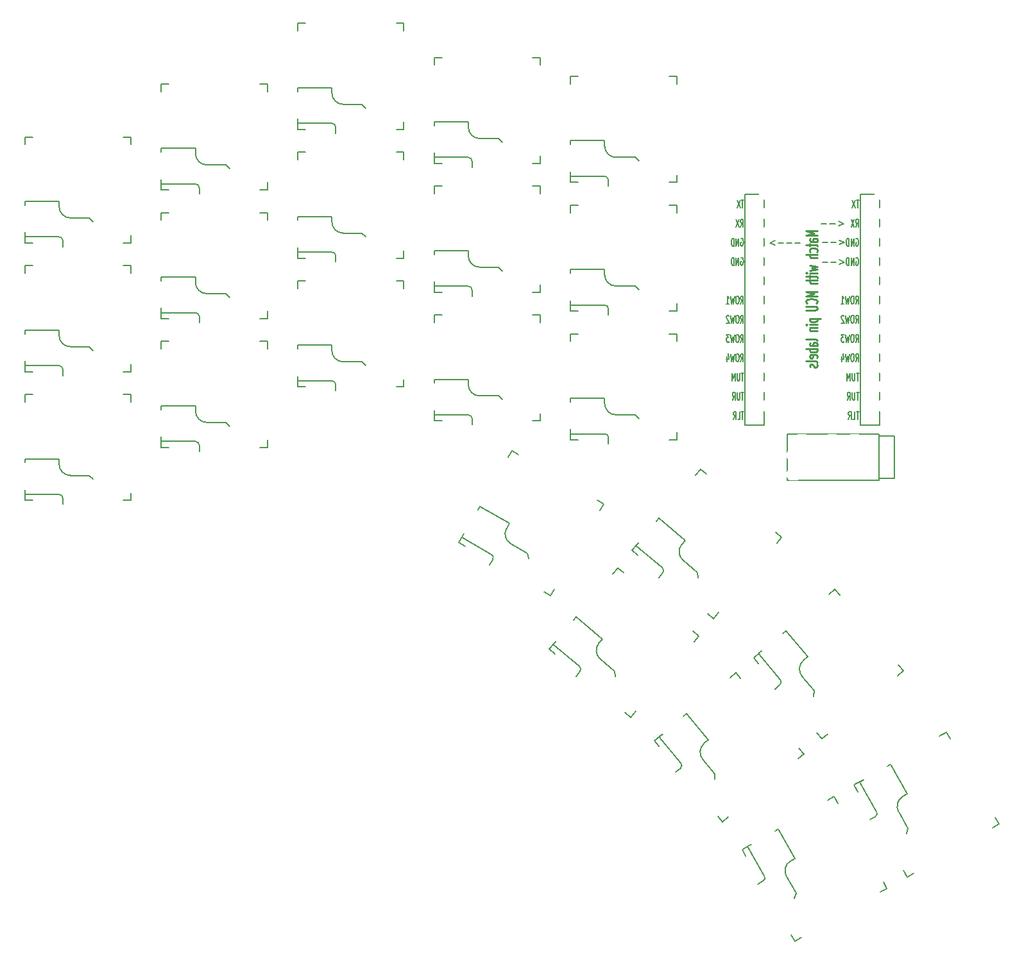
<source format=gbo>
G04 #@! TF.GenerationSoftware,KiCad,Pcbnew,7.0.1-0*
G04 #@! TF.CreationDate,2023-04-27T21:51:22+02:00*
G04 #@! TF.ProjectId,helicoprion,68656c69-636f-4707-9269-6f6e2e6b6963,rev?*
G04 #@! TF.SameCoordinates,Original*
G04 #@! TF.FileFunction,Legend,Bot*
G04 #@! TF.FilePolarity,Positive*
%FSLAX46Y46*%
G04 Gerber Fmt 4.6, Leading zero omitted, Abs format (unit mm)*
G04 Created by KiCad (PCBNEW 7.0.1-0) date 2023-04-27 21:51:22*
%MOMM*%
%LPD*%
G01*
G04 APERTURE LIST*
G04 Aperture macros list*
%AMRotRect*
0 Rectangle, with rotation*
0 The origin of the aperture is its center*
0 $1 length*
0 $2 width*
0 $3 Rotation angle, in degrees counterclockwise*
0 Add horizontal line*
21,1,$1,$2,0,0,$3*%
G04 Aperture macros list end*
%ADD10C,0.150000*%
%ADD11C,0.225000*%
%ADD12C,1.701800*%
%ADD13C,0.990600*%
%ADD14C,3.429000*%
%ADD15C,3.000000*%
%ADD16C,3.200000*%
%ADD17R,2.600000X2.600000*%
%ADD18RotRect,2.600000X2.600000X300.000000*%
%ADD19C,1.800000*%
%ADD20C,2.100000*%
%ADD21RotRect,1.600000X1.200000X140.000000*%
%ADD22RotRect,1.600000X1.600000X140.000000*%
%ADD23C,1.600000*%
%ADD24R,1.600000X1.200000*%
%ADD25R,1.600000X1.600000*%
%ADD26C,2.200000*%
%ADD27R,1.200000X1.600000*%
%ADD28RotRect,2.600000X2.600000X320.000000*%
%ADD29RotRect,1.600000X1.200000X50.000000*%
%ADD30RotRect,1.600000X1.600000X50.000000*%
%ADD31RotRect,2.600000X2.600000X310.000000*%
%ADD32RotRect,1.600000X1.200000X330.000000*%
%ADD33RotRect,1.600000X1.600000X330.000000*%
%ADD34C,1.524000*%
%ADD35RotRect,1.600000X1.200000X30.000000*%
%ADD36RotRect,1.600000X1.600000X30.000000*%
%ADD37C,0.800000*%
%ADD38O,2.000000X1.600000*%
%ADD39RotRect,2.600000X2.600000X330.000000*%
%ADD40RotRect,1.600000X1.200000X40.000000*%
%ADD41RotRect,1.600000X1.600000X40.000000*%
G04 #@! TA.AperFunction,Profile*
%ADD42C,0.100000*%
G04 #@! TD*
G04 APERTURE END LIST*
D10*
X159377513Y-75252619D02*
X159034656Y-75252619D01*
X159206084Y-76252619D02*
X159206084Y-75252619D01*
X158548941Y-76252619D02*
X158834655Y-76252619D01*
X158834655Y-76252619D02*
X158834655Y-75252619D01*
X158006084Y-76252619D02*
X158206084Y-75776428D01*
X158348941Y-76252619D02*
X158348941Y-75252619D01*
X158348941Y-75252619D02*
X158120370Y-75252619D01*
X158120370Y-75252619D02*
X158063227Y-75300238D01*
X158063227Y-75300238D02*
X158034656Y-75347857D01*
X158034656Y-75347857D02*
X158006084Y-75443095D01*
X158006084Y-75443095D02*
X158006084Y-75585952D01*
X158006084Y-75585952D02*
X158034656Y-75681190D01*
X158034656Y-75681190D02*
X158063227Y-75728809D01*
X158063227Y-75728809D02*
X158120370Y-75776428D01*
X158120370Y-75776428D02*
X158348941Y-75776428D01*
X174120371Y-61012619D02*
X174320371Y-60536428D01*
X174463228Y-61012619D02*
X174463228Y-60012619D01*
X174463228Y-60012619D02*
X174234657Y-60012619D01*
X174234657Y-60012619D02*
X174177514Y-60060238D01*
X174177514Y-60060238D02*
X174148943Y-60107857D01*
X174148943Y-60107857D02*
X174120371Y-60203095D01*
X174120371Y-60203095D02*
X174120371Y-60345952D01*
X174120371Y-60345952D02*
X174148943Y-60441190D01*
X174148943Y-60441190D02*
X174177514Y-60488809D01*
X174177514Y-60488809D02*
X174234657Y-60536428D01*
X174234657Y-60536428D02*
X174463228Y-60536428D01*
X173748943Y-60012619D02*
X173634657Y-60012619D01*
X173634657Y-60012619D02*
X173577514Y-60060238D01*
X173577514Y-60060238D02*
X173520371Y-60155476D01*
X173520371Y-60155476D02*
X173491800Y-60345952D01*
X173491800Y-60345952D02*
X173491800Y-60679285D01*
X173491800Y-60679285D02*
X173520371Y-60869761D01*
X173520371Y-60869761D02*
X173577514Y-60965000D01*
X173577514Y-60965000D02*
X173634657Y-61012619D01*
X173634657Y-61012619D02*
X173748943Y-61012619D01*
X173748943Y-61012619D02*
X173806086Y-60965000D01*
X173806086Y-60965000D02*
X173863228Y-60869761D01*
X173863228Y-60869761D02*
X173891800Y-60679285D01*
X173891800Y-60679285D02*
X173891800Y-60345952D01*
X173891800Y-60345952D02*
X173863228Y-60155476D01*
X173863228Y-60155476D02*
X173806086Y-60060238D01*
X173806086Y-60060238D02*
X173748943Y-60012619D01*
X173291800Y-60012619D02*
X173148943Y-61012619D01*
X173148943Y-61012619D02*
X173034657Y-60298333D01*
X173034657Y-60298333D02*
X172920372Y-61012619D01*
X172920372Y-61012619D02*
X172777515Y-60012619D01*
X172234658Y-61012619D02*
X172577515Y-61012619D01*
X172406086Y-61012619D02*
X172406086Y-60012619D01*
X172406086Y-60012619D02*
X172463229Y-60155476D01*
X172463229Y-60155476D02*
X172520372Y-60250714D01*
X172520372Y-60250714D02*
X172577515Y-60298333D01*
X171833800Y-50145952D02*
X172519514Y-50431666D01*
X172519514Y-50431666D02*
X171833800Y-50717380D01*
X171405228Y-50431666D02*
X170719514Y-50431666D01*
X170290942Y-50431666D02*
X169605228Y-50431666D01*
X159377514Y-70172619D02*
X159034657Y-70172619D01*
X159206085Y-71172619D02*
X159206085Y-70172619D01*
X158834656Y-70172619D02*
X158834656Y-70982142D01*
X158834656Y-70982142D02*
X158806085Y-71077380D01*
X158806085Y-71077380D02*
X158777514Y-71125000D01*
X158777514Y-71125000D02*
X158720371Y-71172619D01*
X158720371Y-71172619D02*
X158606085Y-71172619D01*
X158606085Y-71172619D02*
X158548942Y-71125000D01*
X158548942Y-71125000D02*
X158520371Y-71077380D01*
X158520371Y-71077380D02*
X158491799Y-70982142D01*
X158491799Y-70982142D02*
X158491799Y-70172619D01*
X158206085Y-71172619D02*
X158206085Y-70172619D01*
X158206085Y-70172619D02*
X158006085Y-70886904D01*
X158006085Y-70886904D02*
X157806085Y-70172619D01*
X157806085Y-70172619D02*
X157806085Y-71172619D01*
X174120370Y-50852619D02*
X174320370Y-50376428D01*
X174463227Y-50852619D02*
X174463227Y-49852619D01*
X174463227Y-49852619D02*
X174234656Y-49852619D01*
X174234656Y-49852619D02*
X174177513Y-49900238D01*
X174177513Y-49900238D02*
X174148942Y-49947857D01*
X174148942Y-49947857D02*
X174120370Y-50043095D01*
X174120370Y-50043095D02*
X174120370Y-50185952D01*
X174120370Y-50185952D02*
X174148942Y-50281190D01*
X174148942Y-50281190D02*
X174177513Y-50328809D01*
X174177513Y-50328809D02*
X174234656Y-50376428D01*
X174234656Y-50376428D02*
X174463227Y-50376428D01*
X173920370Y-49852619D02*
X173520370Y-50852619D01*
X173520370Y-49852619D02*
X173920370Y-50852619D01*
X158948941Y-50852619D02*
X159148941Y-50376428D01*
X159291798Y-50852619D02*
X159291798Y-49852619D01*
X159291798Y-49852619D02*
X159063227Y-49852619D01*
X159063227Y-49852619D02*
X159006084Y-49900238D01*
X159006084Y-49900238D02*
X158977513Y-49947857D01*
X158977513Y-49947857D02*
X158948941Y-50043095D01*
X158948941Y-50043095D02*
X158948941Y-50185952D01*
X158948941Y-50185952D02*
X158977513Y-50281190D01*
X158977513Y-50281190D02*
X159006084Y-50328809D01*
X159006084Y-50328809D02*
X159063227Y-50376428D01*
X159063227Y-50376428D02*
X159291798Y-50376428D01*
X158748941Y-49852619D02*
X158348941Y-50852619D01*
X158348941Y-49852619D02*
X158748941Y-50852619D01*
X174148942Y-52440238D02*
X174206085Y-52392619D01*
X174206085Y-52392619D02*
X174291799Y-52392619D01*
X174291799Y-52392619D02*
X174377513Y-52440238D01*
X174377513Y-52440238D02*
X174434656Y-52535476D01*
X174434656Y-52535476D02*
X174463227Y-52630714D01*
X174463227Y-52630714D02*
X174491799Y-52821190D01*
X174491799Y-52821190D02*
X174491799Y-52964047D01*
X174491799Y-52964047D02*
X174463227Y-53154523D01*
X174463227Y-53154523D02*
X174434656Y-53249761D01*
X174434656Y-53249761D02*
X174377513Y-53345000D01*
X174377513Y-53345000D02*
X174291799Y-53392619D01*
X174291799Y-53392619D02*
X174234656Y-53392619D01*
X174234656Y-53392619D02*
X174148942Y-53345000D01*
X174148942Y-53345000D02*
X174120370Y-53297380D01*
X174120370Y-53297380D02*
X174120370Y-52964047D01*
X174120370Y-52964047D02*
X174234656Y-52964047D01*
X173863227Y-53392619D02*
X173863227Y-52392619D01*
X173863227Y-52392619D02*
X173520370Y-53392619D01*
X173520370Y-53392619D02*
X173520370Y-52392619D01*
X173234656Y-53392619D02*
X173234656Y-52392619D01*
X173234656Y-52392619D02*
X173091799Y-52392619D01*
X173091799Y-52392619D02*
X173006085Y-52440238D01*
X173006085Y-52440238D02*
X172948942Y-52535476D01*
X172948942Y-52535476D02*
X172920371Y-52630714D01*
X172920371Y-52630714D02*
X172891799Y-52821190D01*
X172891799Y-52821190D02*
X172891799Y-52964047D01*
X172891799Y-52964047D02*
X172920371Y-53154523D01*
X172920371Y-53154523D02*
X172948942Y-53249761D01*
X172948942Y-53249761D02*
X173006085Y-53345000D01*
X173006085Y-53345000D02*
X173091799Y-53392619D01*
X173091799Y-53392619D02*
X173234656Y-53392619D01*
X171963229Y-55225952D02*
X172648943Y-55511666D01*
X172648943Y-55511666D02*
X171963229Y-55797380D01*
X171534657Y-55511666D02*
X170848943Y-55511666D01*
X170420371Y-55511666D02*
X169734657Y-55511666D01*
X158948942Y-61012619D02*
X159148942Y-60536428D01*
X159291799Y-61012619D02*
X159291799Y-60012619D01*
X159291799Y-60012619D02*
X159063228Y-60012619D01*
X159063228Y-60012619D02*
X159006085Y-60060238D01*
X159006085Y-60060238D02*
X158977514Y-60107857D01*
X158977514Y-60107857D02*
X158948942Y-60203095D01*
X158948942Y-60203095D02*
X158948942Y-60345952D01*
X158948942Y-60345952D02*
X158977514Y-60441190D01*
X158977514Y-60441190D02*
X159006085Y-60488809D01*
X159006085Y-60488809D02*
X159063228Y-60536428D01*
X159063228Y-60536428D02*
X159291799Y-60536428D01*
X158577514Y-60012619D02*
X158463228Y-60012619D01*
X158463228Y-60012619D02*
X158406085Y-60060238D01*
X158406085Y-60060238D02*
X158348942Y-60155476D01*
X158348942Y-60155476D02*
X158320371Y-60345952D01*
X158320371Y-60345952D02*
X158320371Y-60679285D01*
X158320371Y-60679285D02*
X158348942Y-60869761D01*
X158348942Y-60869761D02*
X158406085Y-60965000D01*
X158406085Y-60965000D02*
X158463228Y-61012619D01*
X158463228Y-61012619D02*
X158577514Y-61012619D01*
X158577514Y-61012619D02*
X158634657Y-60965000D01*
X158634657Y-60965000D02*
X158691799Y-60869761D01*
X158691799Y-60869761D02*
X158720371Y-60679285D01*
X158720371Y-60679285D02*
X158720371Y-60345952D01*
X158720371Y-60345952D02*
X158691799Y-60155476D01*
X158691799Y-60155476D02*
X158634657Y-60060238D01*
X158634657Y-60060238D02*
X158577514Y-60012619D01*
X158120371Y-60012619D02*
X157977514Y-61012619D01*
X157977514Y-61012619D02*
X157863228Y-60298333D01*
X157863228Y-60298333D02*
X157748943Y-61012619D01*
X157748943Y-61012619D02*
X157606086Y-60012619D01*
X157063229Y-61012619D02*
X157406086Y-61012619D01*
X157234657Y-61012619D02*
X157234657Y-60012619D01*
X157234657Y-60012619D02*
X157291800Y-60155476D01*
X157291800Y-60155476D02*
X157348943Y-60250714D01*
X157348943Y-60250714D02*
X157406086Y-60298333D01*
X174120371Y-68632619D02*
X174320371Y-68156428D01*
X174463228Y-68632619D02*
X174463228Y-67632619D01*
X174463228Y-67632619D02*
X174234657Y-67632619D01*
X174234657Y-67632619D02*
X174177514Y-67680238D01*
X174177514Y-67680238D02*
X174148943Y-67727857D01*
X174148943Y-67727857D02*
X174120371Y-67823095D01*
X174120371Y-67823095D02*
X174120371Y-67965952D01*
X174120371Y-67965952D02*
X174148943Y-68061190D01*
X174148943Y-68061190D02*
X174177514Y-68108809D01*
X174177514Y-68108809D02*
X174234657Y-68156428D01*
X174234657Y-68156428D02*
X174463228Y-68156428D01*
X173748943Y-67632619D02*
X173634657Y-67632619D01*
X173634657Y-67632619D02*
X173577514Y-67680238D01*
X173577514Y-67680238D02*
X173520371Y-67775476D01*
X173520371Y-67775476D02*
X173491800Y-67965952D01*
X173491800Y-67965952D02*
X173491800Y-68299285D01*
X173491800Y-68299285D02*
X173520371Y-68489761D01*
X173520371Y-68489761D02*
X173577514Y-68585000D01*
X173577514Y-68585000D02*
X173634657Y-68632619D01*
X173634657Y-68632619D02*
X173748943Y-68632619D01*
X173748943Y-68632619D02*
X173806086Y-68585000D01*
X173806086Y-68585000D02*
X173863228Y-68489761D01*
X173863228Y-68489761D02*
X173891800Y-68299285D01*
X173891800Y-68299285D02*
X173891800Y-67965952D01*
X173891800Y-67965952D02*
X173863228Y-67775476D01*
X173863228Y-67775476D02*
X173806086Y-67680238D01*
X173806086Y-67680238D02*
X173748943Y-67632619D01*
X173291800Y-67632619D02*
X173148943Y-68632619D01*
X173148943Y-68632619D02*
X173034657Y-67918333D01*
X173034657Y-67918333D02*
X172920372Y-68632619D01*
X172920372Y-68632619D02*
X172777515Y-67632619D01*
X172291801Y-67965952D02*
X172291801Y-68632619D01*
X172434658Y-67585000D02*
X172577515Y-68299285D01*
X172577515Y-68299285D02*
X172206086Y-68299285D01*
X158977513Y-52440238D02*
X159034656Y-52392619D01*
X159034656Y-52392619D02*
X159120370Y-52392619D01*
X159120370Y-52392619D02*
X159206084Y-52440238D01*
X159206084Y-52440238D02*
X159263227Y-52535476D01*
X159263227Y-52535476D02*
X159291798Y-52630714D01*
X159291798Y-52630714D02*
X159320370Y-52821190D01*
X159320370Y-52821190D02*
X159320370Y-52964047D01*
X159320370Y-52964047D02*
X159291798Y-53154523D01*
X159291798Y-53154523D02*
X159263227Y-53249761D01*
X159263227Y-53249761D02*
X159206084Y-53345000D01*
X159206084Y-53345000D02*
X159120370Y-53392619D01*
X159120370Y-53392619D02*
X159063227Y-53392619D01*
X159063227Y-53392619D02*
X158977513Y-53345000D01*
X158977513Y-53345000D02*
X158948941Y-53297380D01*
X158948941Y-53297380D02*
X158948941Y-52964047D01*
X158948941Y-52964047D02*
X159063227Y-52964047D01*
X158691798Y-53392619D02*
X158691798Y-52392619D01*
X158691798Y-52392619D02*
X158348941Y-53392619D01*
X158348941Y-53392619D02*
X158348941Y-52392619D01*
X158063227Y-53392619D02*
X158063227Y-52392619D01*
X158063227Y-52392619D02*
X157920370Y-52392619D01*
X157920370Y-52392619D02*
X157834656Y-52440238D01*
X157834656Y-52440238D02*
X157777513Y-52535476D01*
X157777513Y-52535476D02*
X157748942Y-52630714D01*
X157748942Y-52630714D02*
X157720370Y-52821190D01*
X157720370Y-52821190D02*
X157720370Y-52964047D01*
X157720370Y-52964047D02*
X157748942Y-53154523D01*
X157748942Y-53154523D02*
X157777513Y-53249761D01*
X157777513Y-53249761D02*
X157834656Y-53345000D01*
X157834656Y-53345000D02*
X157920370Y-53392619D01*
X157920370Y-53392619D02*
X158063227Y-53392619D01*
X174548943Y-47312619D02*
X174206086Y-47312619D01*
X174377514Y-48312619D02*
X174377514Y-47312619D01*
X174063228Y-47312619D02*
X173663228Y-48312619D01*
X173663228Y-47312619D02*
X174063228Y-48312619D01*
X171963229Y-52633952D02*
X172648943Y-52919666D01*
X172648943Y-52919666D02*
X171963229Y-53205380D01*
X171534657Y-52919666D02*
X170848943Y-52919666D01*
X170420371Y-52919666D02*
X169734657Y-52919666D01*
X158977513Y-54980238D02*
X159034656Y-54932619D01*
X159034656Y-54932619D02*
X159120370Y-54932619D01*
X159120370Y-54932619D02*
X159206084Y-54980238D01*
X159206084Y-54980238D02*
X159263227Y-55075476D01*
X159263227Y-55075476D02*
X159291798Y-55170714D01*
X159291798Y-55170714D02*
X159320370Y-55361190D01*
X159320370Y-55361190D02*
X159320370Y-55504047D01*
X159320370Y-55504047D02*
X159291798Y-55694523D01*
X159291798Y-55694523D02*
X159263227Y-55789761D01*
X159263227Y-55789761D02*
X159206084Y-55885000D01*
X159206084Y-55885000D02*
X159120370Y-55932619D01*
X159120370Y-55932619D02*
X159063227Y-55932619D01*
X159063227Y-55932619D02*
X158977513Y-55885000D01*
X158977513Y-55885000D02*
X158948941Y-55837380D01*
X158948941Y-55837380D02*
X158948941Y-55504047D01*
X158948941Y-55504047D02*
X159063227Y-55504047D01*
X158691798Y-55932619D02*
X158691798Y-54932619D01*
X158691798Y-54932619D02*
X158348941Y-55932619D01*
X158348941Y-55932619D02*
X158348941Y-54932619D01*
X158063227Y-55932619D02*
X158063227Y-54932619D01*
X158063227Y-54932619D02*
X157920370Y-54932619D01*
X157920370Y-54932619D02*
X157834656Y-54980238D01*
X157834656Y-54980238D02*
X157777513Y-55075476D01*
X157777513Y-55075476D02*
X157748942Y-55170714D01*
X157748942Y-55170714D02*
X157720370Y-55361190D01*
X157720370Y-55361190D02*
X157720370Y-55504047D01*
X157720370Y-55504047D02*
X157748942Y-55694523D01*
X157748942Y-55694523D02*
X157777513Y-55789761D01*
X157777513Y-55789761D02*
X157834656Y-55885000D01*
X157834656Y-55885000D02*
X157920370Y-55932619D01*
X157920370Y-55932619D02*
X158063227Y-55932619D01*
X159377514Y-72712619D02*
X159034657Y-72712619D01*
X159206085Y-73712619D02*
X159206085Y-72712619D01*
X158834656Y-72712619D02*
X158834656Y-73522142D01*
X158834656Y-73522142D02*
X158806085Y-73617380D01*
X158806085Y-73617380D02*
X158777514Y-73665000D01*
X158777514Y-73665000D02*
X158720371Y-73712619D01*
X158720371Y-73712619D02*
X158606085Y-73712619D01*
X158606085Y-73712619D02*
X158548942Y-73665000D01*
X158548942Y-73665000D02*
X158520371Y-73617380D01*
X158520371Y-73617380D02*
X158491799Y-73522142D01*
X158491799Y-73522142D02*
X158491799Y-72712619D01*
X157863228Y-73712619D02*
X158063228Y-73236428D01*
X158206085Y-73712619D02*
X158206085Y-72712619D01*
X158206085Y-72712619D02*
X157977514Y-72712619D01*
X157977514Y-72712619D02*
X157920371Y-72760238D01*
X157920371Y-72760238D02*
X157891800Y-72807857D01*
X157891800Y-72807857D02*
X157863228Y-72903095D01*
X157863228Y-72903095D02*
X157863228Y-73045952D01*
X157863228Y-73045952D02*
X157891800Y-73141190D01*
X157891800Y-73141190D02*
X157920371Y-73188809D01*
X157920371Y-73188809D02*
X157977514Y-73236428D01*
X157977514Y-73236428D02*
X158206085Y-73236428D01*
X159377514Y-47312619D02*
X159034657Y-47312619D01*
X159206085Y-48312619D02*
X159206085Y-47312619D01*
X158891799Y-47312619D02*
X158491799Y-48312619D01*
X158491799Y-47312619D02*
X158891799Y-48312619D01*
X158948942Y-68632619D02*
X159148942Y-68156428D01*
X159291799Y-68632619D02*
X159291799Y-67632619D01*
X159291799Y-67632619D02*
X159063228Y-67632619D01*
X159063228Y-67632619D02*
X159006085Y-67680238D01*
X159006085Y-67680238D02*
X158977514Y-67727857D01*
X158977514Y-67727857D02*
X158948942Y-67823095D01*
X158948942Y-67823095D02*
X158948942Y-67965952D01*
X158948942Y-67965952D02*
X158977514Y-68061190D01*
X158977514Y-68061190D02*
X159006085Y-68108809D01*
X159006085Y-68108809D02*
X159063228Y-68156428D01*
X159063228Y-68156428D02*
X159291799Y-68156428D01*
X158577514Y-67632619D02*
X158463228Y-67632619D01*
X158463228Y-67632619D02*
X158406085Y-67680238D01*
X158406085Y-67680238D02*
X158348942Y-67775476D01*
X158348942Y-67775476D02*
X158320371Y-67965952D01*
X158320371Y-67965952D02*
X158320371Y-68299285D01*
X158320371Y-68299285D02*
X158348942Y-68489761D01*
X158348942Y-68489761D02*
X158406085Y-68585000D01*
X158406085Y-68585000D02*
X158463228Y-68632619D01*
X158463228Y-68632619D02*
X158577514Y-68632619D01*
X158577514Y-68632619D02*
X158634657Y-68585000D01*
X158634657Y-68585000D02*
X158691799Y-68489761D01*
X158691799Y-68489761D02*
X158720371Y-68299285D01*
X158720371Y-68299285D02*
X158720371Y-67965952D01*
X158720371Y-67965952D02*
X158691799Y-67775476D01*
X158691799Y-67775476D02*
X158634657Y-67680238D01*
X158634657Y-67680238D02*
X158577514Y-67632619D01*
X158120371Y-67632619D02*
X157977514Y-68632619D01*
X157977514Y-68632619D02*
X157863228Y-67918333D01*
X157863228Y-67918333D02*
X157748943Y-68632619D01*
X157748943Y-68632619D02*
X157606086Y-67632619D01*
X157120372Y-67965952D02*
X157120372Y-68632619D01*
X157263229Y-67585000D02*
X157406086Y-68299285D01*
X157406086Y-68299285D02*
X157034657Y-68299285D01*
D11*
X169035728Y-51409428D02*
X167535728Y-51409428D01*
X167535728Y-51409428D02*
X168607157Y-51709428D01*
X168607157Y-51709428D02*
X167535728Y-52009428D01*
X167535728Y-52009428D02*
X169035728Y-52009428D01*
X169035728Y-52823714D02*
X168250014Y-52823714D01*
X168250014Y-52823714D02*
X168107157Y-52780856D01*
X168107157Y-52780856D02*
X168035728Y-52695142D01*
X168035728Y-52695142D02*
X168035728Y-52523714D01*
X168035728Y-52523714D02*
X168107157Y-52437999D01*
X168964300Y-52823714D02*
X169035728Y-52737999D01*
X169035728Y-52737999D02*
X169035728Y-52523714D01*
X169035728Y-52523714D02*
X168964300Y-52437999D01*
X168964300Y-52437999D02*
X168821442Y-52395142D01*
X168821442Y-52395142D02*
X168678585Y-52395142D01*
X168678585Y-52395142D02*
X168535728Y-52437999D01*
X168535728Y-52437999D02*
X168464300Y-52523714D01*
X168464300Y-52523714D02*
X168464300Y-52737999D01*
X168464300Y-52737999D02*
X168392871Y-52823714D01*
X168035728Y-53123714D02*
X168035728Y-53466571D01*
X167535728Y-53252285D02*
X168821442Y-53252285D01*
X168821442Y-53252285D02*
X168964300Y-53295142D01*
X168964300Y-53295142D02*
X169035728Y-53380857D01*
X169035728Y-53380857D02*
X169035728Y-53466571D01*
X168964300Y-54152286D02*
X169035728Y-54066571D01*
X169035728Y-54066571D02*
X169035728Y-53895143D01*
X169035728Y-53895143D02*
X168964300Y-53809428D01*
X168964300Y-53809428D02*
X168892871Y-53766571D01*
X168892871Y-53766571D02*
X168750014Y-53723714D01*
X168750014Y-53723714D02*
X168321442Y-53723714D01*
X168321442Y-53723714D02*
X168178585Y-53766571D01*
X168178585Y-53766571D02*
X168107157Y-53809428D01*
X168107157Y-53809428D02*
X168035728Y-53895143D01*
X168035728Y-53895143D02*
X168035728Y-54066571D01*
X168035728Y-54066571D02*
X168107157Y-54152286D01*
X169035728Y-54538000D02*
X167535728Y-54538000D01*
X169035728Y-54923715D02*
X168250014Y-54923715D01*
X168250014Y-54923715D02*
X168107157Y-54880857D01*
X168107157Y-54880857D02*
X168035728Y-54795143D01*
X168035728Y-54795143D02*
X168035728Y-54666572D01*
X168035728Y-54666572D02*
X168107157Y-54580857D01*
X168107157Y-54580857D02*
X168178585Y-54538000D01*
X168035728Y-55952286D02*
X169035728Y-56123715D01*
X169035728Y-56123715D02*
X168321442Y-56295143D01*
X168321442Y-56295143D02*
X169035728Y-56466572D01*
X169035728Y-56466572D02*
X168035728Y-56638000D01*
X169035728Y-56980857D02*
X168035728Y-56980857D01*
X167535728Y-56980857D02*
X167607157Y-56938000D01*
X167607157Y-56938000D02*
X167678585Y-56980857D01*
X167678585Y-56980857D02*
X167607157Y-57023714D01*
X167607157Y-57023714D02*
X167535728Y-56980857D01*
X167535728Y-56980857D02*
X167678585Y-56980857D01*
X168035728Y-57280857D02*
X168035728Y-57623714D01*
X167535728Y-57409428D02*
X168821442Y-57409428D01*
X168821442Y-57409428D02*
X168964300Y-57452285D01*
X168964300Y-57452285D02*
X169035728Y-57538000D01*
X169035728Y-57538000D02*
X169035728Y-57623714D01*
X169035728Y-57923714D02*
X167535728Y-57923714D01*
X169035728Y-58309429D02*
X168250014Y-58309429D01*
X168250014Y-58309429D02*
X168107157Y-58266571D01*
X168107157Y-58266571D02*
X168035728Y-58180857D01*
X168035728Y-58180857D02*
X168035728Y-58052286D01*
X168035728Y-58052286D02*
X168107157Y-57966571D01*
X168107157Y-57966571D02*
X168178585Y-57923714D01*
X169035728Y-59423714D02*
X167535728Y-59423714D01*
X167535728Y-59423714D02*
X168607157Y-59723714D01*
X168607157Y-59723714D02*
X167535728Y-60023714D01*
X167535728Y-60023714D02*
X169035728Y-60023714D01*
X168892871Y-60966571D02*
X168964300Y-60923714D01*
X168964300Y-60923714D02*
X169035728Y-60795142D01*
X169035728Y-60795142D02*
X169035728Y-60709428D01*
X169035728Y-60709428D02*
X168964300Y-60580857D01*
X168964300Y-60580857D02*
X168821442Y-60495142D01*
X168821442Y-60495142D02*
X168678585Y-60452285D01*
X168678585Y-60452285D02*
X168392871Y-60409428D01*
X168392871Y-60409428D02*
X168178585Y-60409428D01*
X168178585Y-60409428D02*
X167892871Y-60452285D01*
X167892871Y-60452285D02*
X167750014Y-60495142D01*
X167750014Y-60495142D02*
X167607157Y-60580857D01*
X167607157Y-60580857D02*
X167535728Y-60709428D01*
X167535728Y-60709428D02*
X167535728Y-60795142D01*
X167535728Y-60795142D02*
X167607157Y-60923714D01*
X167607157Y-60923714D02*
X167678585Y-60966571D01*
X167535728Y-61352285D02*
X168750014Y-61352285D01*
X168750014Y-61352285D02*
X168892871Y-61395142D01*
X168892871Y-61395142D02*
X168964300Y-61438000D01*
X168964300Y-61438000D02*
X169035728Y-61523714D01*
X169035728Y-61523714D02*
X169035728Y-61695142D01*
X169035728Y-61695142D02*
X168964300Y-61780857D01*
X168964300Y-61780857D02*
X168892871Y-61823714D01*
X168892871Y-61823714D02*
X168750014Y-61866571D01*
X168750014Y-61866571D02*
X167535728Y-61866571D01*
X168035728Y-62980856D02*
X169535728Y-62980856D01*
X168107157Y-62980856D02*
X168035728Y-63066571D01*
X168035728Y-63066571D02*
X168035728Y-63237999D01*
X168035728Y-63237999D02*
X168107157Y-63323713D01*
X168107157Y-63323713D02*
X168178585Y-63366571D01*
X168178585Y-63366571D02*
X168321442Y-63409428D01*
X168321442Y-63409428D02*
X168750014Y-63409428D01*
X168750014Y-63409428D02*
X168892871Y-63366571D01*
X168892871Y-63366571D02*
X168964300Y-63323713D01*
X168964300Y-63323713D02*
X169035728Y-63237999D01*
X169035728Y-63237999D02*
X169035728Y-63066571D01*
X169035728Y-63066571D02*
X168964300Y-62980856D01*
X169035728Y-63795142D02*
X168035728Y-63795142D01*
X167535728Y-63795142D02*
X167607157Y-63752285D01*
X167607157Y-63752285D02*
X167678585Y-63795142D01*
X167678585Y-63795142D02*
X167607157Y-63837999D01*
X167607157Y-63837999D02*
X167535728Y-63795142D01*
X167535728Y-63795142D02*
X167678585Y-63795142D01*
X168035728Y-64223713D02*
X169035728Y-64223713D01*
X168178585Y-64223713D02*
X168107157Y-64266570D01*
X168107157Y-64266570D02*
X168035728Y-64352285D01*
X168035728Y-64352285D02*
X168035728Y-64480856D01*
X168035728Y-64480856D02*
X168107157Y-64566570D01*
X168107157Y-64566570D02*
X168250014Y-64609428D01*
X168250014Y-64609428D02*
X169035728Y-64609428D01*
X169035728Y-65852285D02*
X168964300Y-65766570D01*
X168964300Y-65766570D02*
X168821442Y-65723713D01*
X168821442Y-65723713D02*
X167535728Y-65723713D01*
X169035728Y-66580857D02*
X168250014Y-66580857D01*
X168250014Y-66580857D02*
X168107157Y-66537999D01*
X168107157Y-66537999D02*
X168035728Y-66452285D01*
X168035728Y-66452285D02*
X168035728Y-66280857D01*
X168035728Y-66280857D02*
X168107157Y-66195142D01*
X168964300Y-66580857D02*
X169035728Y-66495142D01*
X169035728Y-66495142D02*
X169035728Y-66280857D01*
X169035728Y-66280857D02*
X168964300Y-66195142D01*
X168964300Y-66195142D02*
X168821442Y-66152285D01*
X168821442Y-66152285D02*
X168678585Y-66152285D01*
X168678585Y-66152285D02*
X168535728Y-66195142D01*
X168535728Y-66195142D02*
X168464300Y-66280857D01*
X168464300Y-66280857D02*
X168464300Y-66495142D01*
X168464300Y-66495142D02*
X168392871Y-66580857D01*
X169035728Y-67009428D02*
X167535728Y-67009428D01*
X168107157Y-67009428D02*
X168035728Y-67095143D01*
X168035728Y-67095143D02*
X168035728Y-67266571D01*
X168035728Y-67266571D02*
X168107157Y-67352285D01*
X168107157Y-67352285D02*
X168178585Y-67395143D01*
X168178585Y-67395143D02*
X168321442Y-67438000D01*
X168321442Y-67438000D02*
X168750014Y-67438000D01*
X168750014Y-67438000D02*
X168892871Y-67395143D01*
X168892871Y-67395143D02*
X168964300Y-67352285D01*
X168964300Y-67352285D02*
X169035728Y-67266571D01*
X169035728Y-67266571D02*
X169035728Y-67095143D01*
X169035728Y-67095143D02*
X168964300Y-67009428D01*
X168964300Y-68166571D02*
X169035728Y-68080857D01*
X169035728Y-68080857D02*
X169035728Y-67909429D01*
X169035728Y-67909429D02*
X168964300Y-67823714D01*
X168964300Y-67823714D02*
X168821442Y-67780857D01*
X168821442Y-67780857D02*
X168250014Y-67780857D01*
X168250014Y-67780857D02*
X168107157Y-67823714D01*
X168107157Y-67823714D02*
X168035728Y-67909429D01*
X168035728Y-67909429D02*
X168035728Y-68080857D01*
X168035728Y-68080857D02*
X168107157Y-68166571D01*
X168107157Y-68166571D02*
X168250014Y-68209429D01*
X168250014Y-68209429D02*
X168392871Y-68209429D01*
X168392871Y-68209429D02*
X168535728Y-67780857D01*
X169035728Y-68723715D02*
X168964300Y-68638000D01*
X168964300Y-68638000D02*
X168821442Y-68595143D01*
X168821442Y-68595143D02*
X167535728Y-68595143D01*
X168964300Y-69023715D02*
X169035728Y-69109429D01*
X169035728Y-69109429D02*
X169035728Y-69280858D01*
X169035728Y-69280858D02*
X168964300Y-69366572D01*
X168964300Y-69366572D02*
X168821442Y-69409429D01*
X168821442Y-69409429D02*
X168750014Y-69409429D01*
X168750014Y-69409429D02*
X168607157Y-69366572D01*
X168607157Y-69366572D02*
X168535728Y-69280858D01*
X168535728Y-69280858D02*
X168535728Y-69152287D01*
X168535728Y-69152287D02*
X168464300Y-69066572D01*
X168464300Y-69066572D02*
X168321442Y-69023715D01*
X168321442Y-69023715D02*
X168250014Y-69023715D01*
X168250014Y-69023715D02*
X168107157Y-69066572D01*
X168107157Y-69066572D02*
X168035728Y-69152287D01*
X168035728Y-69152287D02*
X168035728Y-69280858D01*
X168035728Y-69280858D02*
X168107157Y-69366572D01*
D10*
X158948942Y-66092619D02*
X159148942Y-65616428D01*
X159291799Y-66092619D02*
X159291799Y-65092619D01*
X159291799Y-65092619D02*
X159063228Y-65092619D01*
X159063228Y-65092619D02*
X159006085Y-65140238D01*
X159006085Y-65140238D02*
X158977514Y-65187857D01*
X158977514Y-65187857D02*
X158948942Y-65283095D01*
X158948942Y-65283095D02*
X158948942Y-65425952D01*
X158948942Y-65425952D02*
X158977514Y-65521190D01*
X158977514Y-65521190D02*
X159006085Y-65568809D01*
X159006085Y-65568809D02*
X159063228Y-65616428D01*
X159063228Y-65616428D02*
X159291799Y-65616428D01*
X158577514Y-65092619D02*
X158463228Y-65092619D01*
X158463228Y-65092619D02*
X158406085Y-65140238D01*
X158406085Y-65140238D02*
X158348942Y-65235476D01*
X158348942Y-65235476D02*
X158320371Y-65425952D01*
X158320371Y-65425952D02*
X158320371Y-65759285D01*
X158320371Y-65759285D02*
X158348942Y-65949761D01*
X158348942Y-65949761D02*
X158406085Y-66045000D01*
X158406085Y-66045000D02*
X158463228Y-66092619D01*
X158463228Y-66092619D02*
X158577514Y-66092619D01*
X158577514Y-66092619D02*
X158634657Y-66045000D01*
X158634657Y-66045000D02*
X158691799Y-65949761D01*
X158691799Y-65949761D02*
X158720371Y-65759285D01*
X158720371Y-65759285D02*
X158720371Y-65425952D01*
X158720371Y-65425952D02*
X158691799Y-65235476D01*
X158691799Y-65235476D02*
X158634657Y-65140238D01*
X158634657Y-65140238D02*
X158577514Y-65092619D01*
X158120371Y-65092619D02*
X157977514Y-66092619D01*
X157977514Y-66092619D02*
X157863228Y-65378333D01*
X157863228Y-65378333D02*
X157748943Y-66092619D01*
X157748943Y-66092619D02*
X157606086Y-65092619D01*
X157434657Y-65092619D02*
X157063229Y-65092619D01*
X157063229Y-65092619D02*
X157263229Y-65473571D01*
X157263229Y-65473571D02*
X157177514Y-65473571D01*
X157177514Y-65473571D02*
X157120372Y-65521190D01*
X157120372Y-65521190D02*
X157091800Y-65568809D01*
X157091800Y-65568809D02*
X157063229Y-65664047D01*
X157063229Y-65664047D02*
X157063229Y-65902142D01*
X157063229Y-65902142D02*
X157091800Y-65997380D01*
X157091800Y-65997380D02*
X157120372Y-66045000D01*
X157120372Y-66045000D02*
X157177514Y-66092619D01*
X157177514Y-66092619D02*
X157348943Y-66092619D01*
X157348943Y-66092619D02*
X157406086Y-66045000D01*
X157406086Y-66045000D02*
X157434657Y-65997380D01*
X174548942Y-75252619D02*
X174206085Y-75252619D01*
X174377513Y-76252619D02*
X174377513Y-75252619D01*
X173720370Y-76252619D02*
X174006084Y-76252619D01*
X174006084Y-76252619D02*
X174006084Y-75252619D01*
X173177513Y-76252619D02*
X173377513Y-75776428D01*
X173520370Y-76252619D02*
X173520370Y-75252619D01*
X173520370Y-75252619D02*
X173291799Y-75252619D01*
X173291799Y-75252619D02*
X173234656Y-75300238D01*
X173234656Y-75300238D02*
X173206085Y-75347857D01*
X173206085Y-75347857D02*
X173177513Y-75443095D01*
X173177513Y-75443095D02*
X173177513Y-75585952D01*
X173177513Y-75585952D02*
X173206085Y-75681190D01*
X173206085Y-75681190D02*
X173234656Y-75728809D01*
X173234656Y-75728809D02*
X173291799Y-75776428D01*
X173291799Y-75776428D02*
X173520370Y-75776428D01*
X174548943Y-72712619D02*
X174206086Y-72712619D01*
X174377514Y-73712619D02*
X174377514Y-72712619D01*
X174006085Y-72712619D02*
X174006085Y-73522142D01*
X174006085Y-73522142D02*
X173977514Y-73617380D01*
X173977514Y-73617380D02*
X173948943Y-73665000D01*
X173948943Y-73665000D02*
X173891800Y-73712619D01*
X173891800Y-73712619D02*
X173777514Y-73712619D01*
X173777514Y-73712619D02*
X173720371Y-73665000D01*
X173720371Y-73665000D02*
X173691800Y-73617380D01*
X173691800Y-73617380D02*
X173663228Y-73522142D01*
X173663228Y-73522142D02*
X173663228Y-72712619D01*
X173034657Y-73712619D02*
X173234657Y-73236428D01*
X173377514Y-73712619D02*
X173377514Y-72712619D01*
X173377514Y-72712619D02*
X173148943Y-72712619D01*
X173148943Y-72712619D02*
X173091800Y-72760238D01*
X173091800Y-72760238D02*
X173063229Y-72807857D01*
X173063229Y-72807857D02*
X173034657Y-72903095D01*
X173034657Y-72903095D02*
X173034657Y-73045952D01*
X173034657Y-73045952D02*
X173063229Y-73141190D01*
X173063229Y-73141190D02*
X173091800Y-73188809D01*
X173091800Y-73188809D02*
X173148943Y-73236428D01*
X173148943Y-73236428D02*
X173377514Y-73236428D01*
X166816658Y-52971666D02*
X166130944Y-52971666D01*
X165702372Y-52971666D02*
X165016658Y-52971666D01*
X164588086Y-52971666D02*
X163902372Y-52971666D01*
X163473800Y-52685952D02*
X162788086Y-52971666D01*
X162788086Y-52971666D02*
X163473800Y-53257380D01*
X174148942Y-54980238D02*
X174206085Y-54932619D01*
X174206085Y-54932619D02*
X174291799Y-54932619D01*
X174291799Y-54932619D02*
X174377513Y-54980238D01*
X174377513Y-54980238D02*
X174434656Y-55075476D01*
X174434656Y-55075476D02*
X174463227Y-55170714D01*
X174463227Y-55170714D02*
X174491799Y-55361190D01*
X174491799Y-55361190D02*
X174491799Y-55504047D01*
X174491799Y-55504047D02*
X174463227Y-55694523D01*
X174463227Y-55694523D02*
X174434656Y-55789761D01*
X174434656Y-55789761D02*
X174377513Y-55885000D01*
X174377513Y-55885000D02*
X174291799Y-55932619D01*
X174291799Y-55932619D02*
X174234656Y-55932619D01*
X174234656Y-55932619D02*
X174148942Y-55885000D01*
X174148942Y-55885000D02*
X174120370Y-55837380D01*
X174120370Y-55837380D02*
X174120370Y-55504047D01*
X174120370Y-55504047D02*
X174234656Y-55504047D01*
X173863227Y-55932619D02*
X173863227Y-54932619D01*
X173863227Y-54932619D02*
X173520370Y-55932619D01*
X173520370Y-55932619D02*
X173520370Y-54932619D01*
X173234656Y-55932619D02*
X173234656Y-54932619D01*
X173234656Y-54932619D02*
X173091799Y-54932619D01*
X173091799Y-54932619D02*
X173006085Y-54980238D01*
X173006085Y-54980238D02*
X172948942Y-55075476D01*
X172948942Y-55075476D02*
X172920371Y-55170714D01*
X172920371Y-55170714D02*
X172891799Y-55361190D01*
X172891799Y-55361190D02*
X172891799Y-55504047D01*
X172891799Y-55504047D02*
X172920371Y-55694523D01*
X172920371Y-55694523D02*
X172948942Y-55789761D01*
X172948942Y-55789761D02*
X173006085Y-55885000D01*
X173006085Y-55885000D02*
X173091799Y-55932619D01*
X173091799Y-55932619D02*
X173234656Y-55932619D01*
X158948942Y-63552619D02*
X159148942Y-63076428D01*
X159291799Y-63552619D02*
X159291799Y-62552619D01*
X159291799Y-62552619D02*
X159063228Y-62552619D01*
X159063228Y-62552619D02*
X159006085Y-62600238D01*
X159006085Y-62600238D02*
X158977514Y-62647857D01*
X158977514Y-62647857D02*
X158948942Y-62743095D01*
X158948942Y-62743095D02*
X158948942Y-62885952D01*
X158948942Y-62885952D02*
X158977514Y-62981190D01*
X158977514Y-62981190D02*
X159006085Y-63028809D01*
X159006085Y-63028809D02*
X159063228Y-63076428D01*
X159063228Y-63076428D02*
X159291799Y-63076428D01*
X158577514Y-62552619D02*
X158463228Y-62552619D01*
X158463228Y-62552619D02*
X158406085Y-62600238D01*
X158406085Y-62600238D02*
X158348942Y-62695476D01*
X158348942Y-62695476D02*
X158320371Y-62885952D01*
X158320371Y-62885952D02*
X158320371Y-63219285D01*
X158320371Y-63219285D02*
X158348942Y-63409761D01*
X158348942Y-63409761D02*
X158406085Y-63505000D01*
X158406085Y-63505000D02*
X158463228Y-63552619D01*
X158463228Y-63552619D02*
X158577514Y-63552619D01*
X158577514Y-63552619D02*
X158634657Y-63505000D01*
X158634657Y-63505000D02*
X158691799Y-63409761D01*
X158691799Y-63409761D02*
X158720371Y-63219285D01*
X158720371Y-63219285D02*
X158720371Y-62885952D01*
X158720371Y-62885952D02*
X158691799Y-62695476D01*
X158691799Y-62695476D02*
X158634657Y-62600238D01*
X158634657Y-62600238D02*
X158577514Y-62552619D01*
X158120371Y-62552619D02*
X157977514Y-63552619D01*
X157977514Y-63552619D02*
X157863228Y-62838333D01*
X157863228Y-62838333D02*
X157748943Y-63552619D01*
X157748943Y-63552619D02*
X157606086Y-62552619D01*
X157406086Y-62647857D02*
X157377514Y-62600238D01*
X157377514Y-62600238D02*
X157320372Y-62552619D01*
X157320372Y-62552619D02*
X157177514Y-62552619D01*
X157177514Y-62552619D02*
X157120372Y-62600238D01*
X157120372Y-62600238D02*
X157091800Y-62647857D01*
X157091800Y-62647857D02*
X157063229Y-62743095D01*
X157063229Y-62743095D02*
X157063229Y-62838333D01*
X157063229Y-62838333D02*
X157091800Y-62981190D01*
X157091800Y-62981190D02*
X157434657Y-63552619D01*
X157434657Y-63552619D02*
X157063229Y-63552619D01*
X174120371Y-63552619D02*
X174320371Y-63076428D01*
X174463228Y-63552619D02*
X174463228Y-62552619D01*
X174463228Y-62552619D02*
X174234657Y-62552619D01*
X174234657Y-62552619D02*
X174177514Y-62600238D01*
X174177514Y-62600238D02*
X174148943Y-62647857D01*
X174148943Y-62647857D02*
X174120371Y-62743095D01*
X174120371Y-62743095D02*
X174120371Y-62885952D01*
X174120371Y-62885952D02*
X174148943Y-62981190D01*
X174148943Y-62981190D02*
X174177514Y-63028809D01*
X174177514Y-63028809D02*
X174234657Y-63076428D01*
X174234657Y-63076428D02*
X174463228Y-63076428D01*
X173748943Y-62552619D02*
X173634657Y-62552619D01*
X173634657Y-62552619D02*
X173577514Y-62600238D01*
X173577514Y-62600238D02*
X173520371Y-62695476D01*
X173520371Y-62695476D02*
X173491800Y-62885952D01*
X173491800Y-62885952D02*
X173491800Y-63219285D01*
X173491800Y-63219285D02*
X173520371Y-63409761D01*
X173520371Y-63409761D02*
X173577514Y-63505000D01*
X173577514Y-63505000D02*
X173634657Y-63552619D01*
X173634657Y-63552619D02*
X173748943Y-63552619D01*
X173748943Y-63552619D02*
X173806086Y-63505000D01*
X173806086Y-63505000D02*
X173863228Y-63409761D01*
X173863228Y-63409761D02*
X173891800Y-63219285D01*
X173891800Y-63219285D02*
X173891800Y-62885952D01*
X173891800Y-62885952D02*
X173863228Y-62695476D01*
X173863228Y-62695476D02*
X173806086Y-62600238D01*
X173806086Y-62600238D02*
X173748943Y-62552619D01*
X173291800Y-62552619D02*
X173148943Y-63552619D01*
X173148943Y-63552619D02*
X173034657Y-62838333D01*
X173034657Y-62838333D02*
X172920372Y-63552619D01*
X172920372Y-63552619D02*
X172777515Y-62552619D01*
X172577515Y-62647857D02*
X172548943Y-62600238D01*
X172548943Y-62600238D02*
X172491801Y-62552619D01*
X172491801Y-62552619D02*
X172348943Y-62552619D01*
X172348943Y-62552619D02*
X172291801Y-62600238D01*
X172291801Y-62600238D02*
X172263229Y-62647857D01*
X172263229Y-62647857D02*
X172234658Y-62743095D01*
X172234658Y-62743095D02*
X172234658Y-62838333D01*
X172234658Y-62838333D02*
X172263229Y-62981190D01*
X172263229Y-62981190D02*
X172606086Y-63552619D01*
X172606086Y-63552619D02*
X172234658Y-63552619D01*
X174548943Y-70172619D02*
X174206086Y-70172619D01*
X174377514Y-71172619D02*
X174377514Y-70172619D01*
X174006085Y-70172619D02*
X174006085Y-70982142D01*
X174006085Y-70982142D02*
X173977514Y-71077380D01*
X173977514Y-71077380D02*
X173948943Y-71125000D01*
X173948943Y-71125000D02*
X173891800Y-71172619D01*
X173891800Y-71172619D02*
X173777514Y-71172619D01*
X173777514Y-71172619D02*
X173720371Y-71125000D01*
X173720371Y-71125000D02*
X173691800Y-71077380D01*
X173691800Y-71077380D02*
X173663228Y-70982142D01*
X173663228Y-70982142D02*
X173663228Y-70172619D01*
X173377514Y-71172619D02*
X173377514Y-70172619D01*
X173377514Y-70172619D02*
X173177514Y-70886904D01*
X173177514Y-70886904D02*
X172977514Y-70172619D01*
X172977514Y-70172619D02*
X172977514Y-71172619D01*
X174120371Y-66092619D02*
X174320371Y-65616428D01*
X174463228Y-66092619D02*
X174463228Y-65092619D01*
X174463228Y-65092619D02*
X174234657Y-65092619D01*
X174234657Y-65092619D02*
X174177514Y-65140238D01*
X174177514Y-65140238D02*
X174148943Y-65187857D01*
X174148943Y-65187857D02*
X174120371Y-65283095D01*
X174120371Y-65283095D02*
X174120371Y-65425952D01*
X174120371Y-65425952D02*
X174148943Y-65521190D01*
X174148943Y-65521190D02*
X174177514Y-65568809D01*
X174177514Y-65568809D02*
X174234657Y-65616428D01*
X174234657Y-65616428D02*
X174463228Y-65616428D01*
X173748943Y-65092619D02*
X173634657Y-65092619D01*
X173634657Y-65092619D02*
X173577514Y-65140238D01*
X173577514Y-65140238D02*
X173520371Y-65235476D01*
X173520371Y-65235476D02*
X173491800Y-65425952D01*
X173491800Y-65425952D02*
X173491800Y-65759285D01*
X173491800Y-65759285D02*
X173520371Y-65949761D01*
X173520371Y-65949761D02*
X173577514Y-66045000D01*
X173577514Y-66045000D02*
X173634657Y-66092619D01*
X173634657Y-66092619D02*
X173748943Y-66092619D01*
X173748943Y-66092619D02*
X173806086Y-66045000D01*
X173806086Y-66045000D02*
X173863228Y-65949761D01*
X173863228Y-65949761D02*
X173891800Y-65759285D01*
X173891800Y-65759285D02*
X173891800Y-65425952D01*
X173891800Y-65425952D02*
X173863228Y-65235476D01*
X173863228Y-65235476D02*
X173806086Y-65140238D01*
X173806086Y-65140238D02*
X173748943Y-65092619D01*
X173291800Y-65092619D02*
X173148943Y-66092619D01*
X173148943Y-66092619D02*
X173034657Y-65378333D01*
X173034657Y-65378333D02*
X172920372Y-66092619D01*
X172920372Y-66092619D02*
X172777515Y-65092619D01*
X172606086Y-65092619D02*
X172234658Y-65092619D01*
X172234658Y-65092619D02*
X172434658Y-65473571D01*
X172434658Y-65473571D02*
X172348943Y-65473571D01*
X172348943Y-65473571D02*
X172291801Y-65521190D01*
X172291801Y-65521190D02*
X172263229Y-65568809D01*
X172263229Y-65568809D02*
X172234658Y-65664047D01*
X172234658Y-65664047D02*
X172234658Y-65902142D01*
X172234658Y-65902142D02*
X172263229Y-65997380D01*
X172263229Y-65997380D02*
X172291801Y-66045000D01*
X172291801Y-66045000D02*
X172348943Y-66092619D01*
X172348943Y-66092619D02*
X172520372Y-66092619D01*
X172520372Y-66092619D02*
X172577515Y-66045000D01*
X172577515Y-66045000D02*
X172606086Y-65997380D01*
X64500000Y-73000000D02*
X65500000Y-73000000D01*
X64500000Y-74000000D02*
X64500000Y-73000000D01*
X64500000Y-81500000D02*
X64500000Y-82000000D01*
X64500000Y-85600000D02*
X64500000Y-86200000D01*
X64500000Y-86200000D02*
X69000000Y-86200000D01*
X64500000Y-87000000D02*
X64500000Y-86000000D01*
X65500000Y-87000000D02*
X64500000Y-87000000D01*
X69000000Y-81500000D02*
X64500000Y-81500000D01*
X69000000Y-82200000D02*
X69000000Y-81500000D01*
X69500000Y-86700000D02*
X69500000Y-87500000D01*
X73000000Y-83700000D02*
X70500000Y-83700000D01*
X73500000Y-84200000D02*
X73000000Y-83700000D01*
X77500000Y-73000000D02*
X78500000Y-73000000D01*
X78500000Y-73000000D02*
X78500000Y-74000000D01*
X78500000Y-86000000D02*
X78500000Y-87000000D01*
X78500000Y-87000000D02*
X77500000Y-87000000D01*
X69500000Y-86700000D02*
G75*
G03*
X69000000Y-86200000I-500001J-1D01*
G01*
X69000000Y-82200000D02*
G75*
G03*
X70500000Y-83700000I1500001J1D01*
G01*
X186062178Y-117577822D02*
X186562178Y-118443848D01*
X185196152Y-118077822D02*
X186062178Y-117577822D01*
X178700962Y-121827822D02*
X178267949Y-122077822D01*
X175150258Y-123877822D02*
X174630642Y-124177822D01*
X174630642Y-124177822D02*
X176880642Y-128074936D01*
X173937822Y-124577822D02*
X174803848Y-124077822D01*
X174437822Y-125443848D02*
X173937822Y-124577822D01*
X180950962Y-125724936D02*
X178700962Y-121827822D01*
X180344744Y-126074936D02*
X180950962Y-125724936D01*
X176697630Y-128757949D02*
X176004809Y-129157949D01*
X181045706Y-130289038D02*
X179795706Y-128123975D01*
X180862693Y-130972051D02*
X181045706Y-130289038D01*
X192562178Y-128836152D02*
X193062178Y-129702178D01*
X193062178Y-129702178D02*
X192196152Y-130202178D01*
X181803848Y-136202178D02*
X180937822Y-136702178D01*
X180937822Y-136702178D02*
X180437822Y-135836152D01*
X176697630Y-128757949D02*
G75*
G03*
X176880642Y-128074936I-250002J433013D01*
G01*
X180344744Y-126074936D02*
G75*
G03*
X179795706Y-128123975I750003J-1299039D01*
G01*
X136500000Y-31000000D02*
X137500000Y-31000000D01*
X136500000Y-32000000D02*
X136500000Y-31000000D01*
X136500000Y-39500000D02*
X136500000Y-40000000D01*
X136500000Y-43600000D02*
X136500000Y-44200000D01*
X136500000Y-44200000D02*
X141000000Y-44200000D01*
X136500000Y-45000000D02*
X136500000Y-44000000D01*
X137500000Y-45000000D02*
X136500000Y-45000000D01*
X141000000Y-39500000D02*
X136500000Y-39500000D01*
X141000000Y-40200000D02*
X141000000Y-39500000D01*
X141500000Y-44700000D02*
X141500000Y-45500000D01*
X145000000Y-41700000D02*
X142500000Y-41700000D01*
X145500000Y-42200000D02*
X145000000Y-41700000D01*
X149500000Y-31000000D02*
X150500000Y-31000000D01*
X150500000Y-31000000D02*
X150500000Y-32000000D01*
X150500000Y-44000000D02*
X150500000Y-45000000D01*
X150500000Y-45000000D02*
X149500000Y-45000000D01*
X141500000Y-44700000D02*
G75*
G03*
X141000000Y-44200000I-500001J-1D01*
G01*
X141000000Y-40200000D02*
G75*
G03*
X142500000Y-41700000I1500001J1D01*
G01*
X100500000Y-24000000D02*
X101500000Y-24000000D01*
X100500000Y-25000000D02*
X100500000Y-24000000D01*
X100500000Y-32500000D02*
X100500000Y-33000000D01*
X100500000Y-36600000D02*
X100500000Y-37200000D01*
X100500000Y-37200000D02*
X105000000Y-37200000D01*
X100500000Y-38000000D02*
X100500000Y-37000000D01*
X101500000Y-38000000D02*
X100500000Y-38000000D01*
X105000000Y-32500000D02*
X100500000Y-32500000D01*
X105000000Y-33200000D02*
X105000000Y-32500000D01*
X105500000Y-37700000D02*
X105500000Y-38500000D01*
X109000000Y-34700000D02*
X106500000Y-34700000D01*
X109500000Y-35200000D02*
X109000000Y-34700000D01*
X113500000Y-24000000D02*
X114500000Y-24000000D01*
X114500000Y-24000000D02*
X114500000Y-25000000D01*
X114500000Y-37000000D02*
X114500000Y-38000000D01*
X114500000Y-38000000D02*
X113500000Y-38000000D01*
X105500000Y-37700000D02*
G75*
G03*
X105000000Y-37200000I-500001J-1D01*
G01*
X105000000Y-33200000D02*
G75*
G03*
X106500000Y-34700000I1500001J1D01*
G01*
X153637202Y-82858176D02*
X154403247Y-83500963D01*
X152994415Y-83624220D02*
X153637202Y-82858176D01*
X148173507Y-89369553D02*
X147852114Y-89752576D01*
X145538078Y-92510336D02*
X145152406Y-92969962D01*
X145152406Y-92969962D02*
X148599606Y-95862507D01*
X144638176Y-93582798D02*
X145280963Y-92816753D01*
X145404220Y-94225585D02*
X144638176Y-93582798D01*
X151620707Y-92262098D02*
X148173507Y-89369553D01*
X151170756Y-92798329D02*
X151620707Y-92262098D01*
X148661234Y-96566923D02*
X148147004Y-97179758D01*
X153270753Y-96518546D02*
X151355641Y-94911577D01*
X153332381Y-97222962D02*
X153270753Y-96518546D01*
X163595780Y-91214415D02*
X164361824Y-91857202D01*
X164361824Y-91857202D02*
X163719037Y-92623247D01*
X156005585Y-101815780D02*
X155362798Y-102581824D01*
X155362798Y-102581824D02*
X154596753Y-101939037D01*
X148661234Y-96566923D02*
G75*
G03*
X148599606Y-95862507I-383024J321394D01*
G01*
X151170756Y-92798329D02*
G75*
G03*
X151355641Y-94911577I1149068J-964181D01*
G01*
X171392798Y-98748176D02*
X172035585Y-99514220D01*
X170626753Y-99390963D02*
X171392798Y-98748176D01*
X164881420Y-104211870D02*
X164498398Y-104533264D01*
X161740638Y-106847300D02*
X161281011Y-107232972D01*
X161281011Y-107232972D02*
X164173555Y-110680172D01*
X160668176Y-107747202D02*
X161434220Y-107104415D01*
X161310963Y-108513247D02*
X160668176Y-107747202D01*
X167773964Y-107659070D02*
X164881420Y-104211870D01*
X167237733Y-108109022D02*
X167773964Y-107659070D01*
X164111927Y-111384588D02*
X163499091Y-111898818D01*
X168659817Y-112137381D02*
X167052848Y-110222270D01*
X168598189Y-112841797D02*
X168659817Y-112137381D01*
X179749037Y-108706753D02*
X180391824Y-109472798D01*
X180391824Y-109472798D02*
X179625780Y-110115585D01*
X170433247Y-117829037D02*
X169667202Y-118471824D01*
X169667202Y-118471824D02*
X169024415Y-117705780D01*
X164111927Y-111384588D02*
G75*
G03*
X164173554Y-110680172I-321395J383022D01*
G01*
X167237733Y-108109022D02*
G75*
G03*
X167052848Y-110222270I964183J-1149066D01*
G01*
X82500000Y-49000000D02*
X83500000Y-49000000D01*
X82500000Y-50000000D02*
X82500000Y-49000000D01*
X82500000Y-57500000D02*
X82500000Y-58000000D01*
X82500000Y-61600000D02*
X82500000Y-62200000D01*
X82500000Y-62200000D02*
X87000000Y-62200000D01*
X82500000Y-63000000D02*
X82500000Y-62000000D01*
X83500000Y-63000000D02*
X82500000Y-63000000D01*
X87000000Y-57500000D02*
X82500000Y-57500000D01*
X87000000Y-58200000D02*
X87000000Y-57500000D01*
X87500000Y-62700000D02*
X87500000Y-63500000D01*
X91000000Y-59700000D02*
X88500000Y-59700000D01*
X91500000Y-60200000D02*
X91000000Y-59700000D01*
X95500000Y-49000000D02*
X96500000Y-49000000D01*
X96500000Y-49000000D02*
X96500000Y-50000000D01*
X96500000Y-62000000D02*
X96500000Y-63000000D01*
X96500000Y-63000000D02*
X95500000Y-63000000D01*
X87500000Y-62700000D02*
G75*
G03*
X87000000Y-62200000I-500001J-1D01*
G01*
X87000000Y-58200000D02*
G75*
G03*
X88500000Y-59700000I1500001J1D01*
G01*
X136500000Y-65000000D02*
X137500000Y-65000000D01*
X136500000Y-66000000D02*
X136500000Y-65000000D01*
X136500000Y-73500000D02*
X136500000Y-74000000D01*
X136500000Y-77600000D02*
X136500000Y-78200000D01*
X136500000Y-78200000D02*
X141000000Y-78200000D01*
X136500000Y-79000000D02*
X136500000Y-78000000D01*
X137500000Y-79000000D02*
X136500000Y-79000000D01*
X141000000Y-73500000D02*
X136500000Y-73500000D01*
X141000000Y-74200000D02*
X141000000Y-73500000D01*
X141500000Y-78700000D02*
X141500000Y-79500000D01*
X145000000Y-75700000D02*
X142500000Y-75700000D01*
X145500000Y-76200000D02*
X145000000Y-75700000D01*
X149500000Y-65000000D02*
X150500000Y-65000000D01*
X150500000Y-65000000D02*
X150500000Y-66000000D01*
X150500000Y-78000000D02*
X150500000Y-79000000D01*
X150500000Y-79000000D02*
X149500000Y-79000000D01*
X141500000Y-78700000D02*
G75*
G03*
X141000000Y-78200000I-500001J-1D01*
G01*
X141000000Y-74200000D02*
G75*
G03*
X142500000Y-75700000I1500001J1D01*
G01*
X171252178Y-126107822D02*
X171752178Y-126973848D01*
X170386152Y-126607822D02*
X171252178Y-126107822D01*
X163890962Y-130357822D02*
X163457949Y-130607822D01*
X160340258Y-132407822D02*
X159820642Y-132707822D01*
X159820642Y-132707822D02*
X162070642Y-136604936D01*
X159127822Y-133107822D02*
X159993848Y-132607822D01*
X159627822Y-133973848D02*
X159127822Y-133107822D01*
X166140962Y-134254936D02*
X163890962Y-130357822D01*
X165534744Y-134604936D02*
X166140962Y-134254936D01*
X161887630Y-137287949D02*
X161194809Y-137687949D01*
X166235706Y-138819038D02*
X164985706Y-136653975D01*
X166052693Y-139502051D02*
X166235706Y-138819038D01*
X177752178Y-137366152D02*
X178252178Y-138232178D01*
X178252178Y-138232178D02*
X177386152Y-138732178D01*
X166993848Y-144732178D02*
X166127822Y-145232178D01*
X166127822Y-145232178D02*
X165627822Y-144366152D01*
X161887630Y-137287949D02*
G75*
G03*
X162070642Y-136604936I-250002J433013D01*
G01*
X165534744Y-134604936D02*
G75*
G03*
X164985706Y-136653975I750003J-1299039D01*
G01*
X100500000Y-41000000D02*
X101500000Y-41000000D01*
X100500000Y-42000000D02*
X100500000Y-41000000D01*
X100500000Y-49500000D02*
X100500000Y-50000000D01*
X100500000Y-53600000D02*
X100500000Y-54200000D01*
X100500000Y-54200000D02*
X105000000Y-54200000D01*
X100500000Y-55000000D02*
X100500000Y-54000000D01*
X101500000Y-55000000D02*
X100500000Y-55000000D01*
X105000000Y-49500000D02*
X100500000Y-49500000D01*
X105000000Y-50200000D02*
X105000000Y-49500000D01*
X105500000Y-54700000D02*
X105500000Y-55500000D01*
X109000000Y-51700000D02*
X106500000Y-51700000D01*
X109500000Y-52200000D02*
X109000000Y-51700000D01*
X113500000Y-41000000D02*
X114500000Y-41000000D01*
X114500000Y-41000000D02*
X114500000Y-42000000D01*
X114500000Y-54000000D02*
X114500000Y-55000000D01*
X114500000Y-55000000D02*
X113500000Y-55000000D01*
X105500000Y-54700000D02*
G75*
G03*
X105000000Y-54200000I-500001J-1D01*
G01*
X105000000Y-50200000D02*
G75*
G03*
X106500000Y-51700000I1500001J1D01*
G01*
X159531800Y-46580000D02*
X162071800Y-46580000D01*
X159531800Y-77060000D02*
X159531800Y-46580000D01*
X162071800Y-46580000D02*
X162071800Y-77060000D01*
X162071800Y-77060000D02*
X159531800Y-77060000D01*
X174771800Y-46580000D02*
X177311800Y-46580000D01*
X174771800Y-77060000D02*
X174771800Y-46580000D01*
X177311800Y-46580000D02*
X177311800Y-77060000D01*
X177311800Y-77060000D02*
X174771800Y-77060000D01*
X100500000Y-58000000D02*
X101500000Y-58000000D01*
X100500000Y-59000000D02*
X100500000Y-58000000D01*
X100500000Y-66500000D02*
X100500000Y-67000000D01*
X100500000Y-70600000D02*
X100500000Y-71200000D01*
X100500000Y-71200000D02*
X105000000Y-71200000D01*
X100500000Y-72000000D02*
X100500000Y-71000000D01*
X101500000Y-72000000D02*
X100500000Y-72000000D01*
X105000000Y-66500000D02*
X100500000Y-66500000D01*
X105000000Y-67200000D02*
X105000000Y-66500000D01*
X105500000Y-71700000D02*
X105500000Y-72500000D01*
X109000000Y-68700000D02*
X106500000Y-68700000D01*
X109500000Y-69200000D02*
X109000000Y-68700000D01*
X113500000Y-58000000D02*
X114500000Y-58000000D01*
X114500000Y-58000000D02*
X114500000Y-59000000D01*
X114500000Y-71000000D02*
X114500000Y-72000000D01*
X114500000Y-72000000D02*
X113500000Y-72000000D01*
X105500000Y-71700000D02*
G75*
G03*
X105000000Y-71200000I-500001J-1D01*
G01*
X105000000Y-67200000D02*
G75*
G03*
X106500000Y-68700000I1500001J1D01*
G01*
X64500000Y-56000000D02*
X65500000Y-56000000D01*
X64500000Y-57000000D02*
X64500000Y-56000000D01*
X64500000Y-64500000D02*
X64500000Y-65000000D01*
X64500000Y-68600000D02*
X64500000Y-69200000D01*
X64500000Y-69200000D02*
X69000000Y-69200000D01*
X64500000Y-70000000D02*
X64500000Y-69000000D01*
X65500000Y-70000000D02*
X64500000Y-70000000D01*
X69000000Y-64500000D02*
X64500000Y-64500000D01*
X69000000Y-65200000D02*
X69000000Y-64500000D01*
X69500000Y-69700000D02*
X69500000Y-70500000D01*
X73000000Y-66700000D02*
X70500000Y-66700000D01*
X73500000Y-67200000D02*
X73000000Y-66700000D01*
X77500000Y-56000000D02*
X78500000Y-56000000D01*
X78500000Y-56000000D02*
X78500000Y-57000000D01*
X78500000Y-69000000D02*
X78500000Y-70000000D01*
X78500000Y-70000000D02*
X77500000Y-70000000D01*
X69500000Y-69700000D02*
G75*
G03*
X69000000Y-69200000I-500001J-1D01*
G01*
X69000000Y-65200000D02*
G75*
G03*
X70500000Y-66700000I1500001J1D01*
G01*
X136500000Y-48000000D02*
X137500000Y-48000000D01*
X136500000Y-49000000D02*
X136500000Y-48000000D01*
X136500000Y-56500000D02*
X136500000Y-57000000D01*
X136500000Y-60600000D02*
X136500000Y-61200000D01*
X136500000Y-61200000D02*
X141000000Y-61200000D01*
X136500000Y-62000000D02*
X136500000Y-61000000D01*
X137500000Y-62000000D02*
X136500000Y-62000000D01*
X141000000Y-56500000D02*
X136500000Y-56500000D01*
X141000000Y-57200000D02*
X141000000Y-56500000D01*
X141500000Y-61700000D02*
X141500000Y-62500000D01*
X145000000Y-58700000D02*
X142500000Y-58700000D01*
X145500000Y-59200000D02*
X145000000Y-58700000D01*
X149500000Y-48000000D02*
X150500000Y-48000000D01*
X150500000Y-48000000D02*
X150500000Y-49000000D01*
X150500000Y-61000000D02*
X150500000Y-62000000D01*
X150500000Y-62000000D02*
X149500000Y-62000000D01*
X141500000Y-61700000D02*
G75*
G03*
X141000000Y-61200000I-500001J-1D01*
G01*
X141000000Y-57200000D02*
G75*
G03*
X142500000Y-58700000I1500001J1D01*
G01*
X118500000Y-45500000D02*
X119500000Y-45500000D01*
X118500000Y-46500000D02*
X118500000Y-45500000D01*
X118500000Y-54000000D02*
X118500000Y-54500000D01*
X118500000Y-58100000D02*
X118500000Y-58700000D01*
X118500000Y-58700000D02*
X123000000Y-58700000D01*
X118500000Y-59500000D02*
X118500000Y-58500000D01*
X119500000Y-59500000D02*
X118500000Y-59500000D01*
X123000000Y-54000000D02*
X118500000Y-54000000D01*
X123000000Y-54700000D02*
X123000000Y-54000000D01*
X123500000Y-59200000D02*
X123500000Y-60000000D01*
X127000000Y-56200000D02*
X124500000Y-56200000D01*
X127500000Y-56700000D02*
X127000000Y-56200000D01*
X131500000Y-45500000D02*
X132500000Y-45500000D01*
X132500000Y-45500000D02*
X132500000Y-46500000D01*
X132500000Y-58500000D02*
X132500000Y-59500000D01*
X132500000Y-59500000D02*
X131500000Y-59500000D01*
X123500000Y-59200000D02*
G75*
G03*
X123000000Y-58700000I-500001J-1D01*
G01*
X123000000Y-54700000D02*
G75*
G03*
X124500000Y-56200000I1500001J1D01*
G01*
X118500000Y-62500000D02*
X119500000Y-62500000D01*
X118500000Y-63500000D02*
X118500000Y-62500000D01*
X118500000Y-71000000D02*
X118500000Y-71500000D01*
X118500000Y-75100000D02*
X118500000Y-75700000D01*
X118500000Y-75700000D02*
X123000000Y-75700000D01*
X118500000Y-76500000D02*
X118500000Y-75500000D01*
X119500000Y-76500000D02*
X118500000Y-76500000D01*
X123000000Y-71000000D02*
X118500000Y-71000000D01*
X123000000Y-71700000D02*
X123000000Y-71000000D01*
X123500000Y-76200000D02*
X123500000Y-77000000D01*
X127000000Y-73200000D02*
X124500000Y-73200000D01*
X127500000Y-73700000D02*
X127000000Y-73200000D01*
X131500000Y-62500000D02*
X132500000Y-62500000D01*
X132500000Y-62500000D02*
X132500000Y-63500000D01*
X132500000Y-75500000D02*
X132500000Y-76500000D01*
X132500000Y-76500000D02*
X131500000Y-76500000D01*
X123500000Y-76200000D02*
G75*
G03*
X123000000Y-75700000I-500001J-1D01*
G01*
X123000000Y-71700000D02*
G75*
G03*
X124500000Y-73200000I1500001J1D01*
G01*
X128754682Y-80437822D02*
X129620708Y-80937822D01*
X128254682Y-81303848D02*
X128754682Y-80437822D01*
X124504682Y-87799038D02*
X124254682Y-88232051D01*
X122454682Y-91349742D02*
X122154682Y-91869358D01*
X122154682Y-91869358D02*
X126051796Y-94119358D01*
X121754682Y-92562178D02*
X122254682Y-91696152D01*
X122620708Y-93062178D02*
X121754682Y-92562178D01*
X128401796Y-90049038D02*
X124504682Y-87799038D01*
X128051796Y-90655256D02*
X128401796Y-90049038D01*
X126234809Y-94802370D02*
X125834809Y-95495191D01*
X130765898Y-93954294D02*
X128600835Y-92704294D01*
X130948911Y-94637307D02*
X130765898Y-93954294D01*
X140013012Y-86937822D02*
X140879038Y-87437822D01*
X140879038Y-87437822D02*
X140379038Y-88303848D01*
X134379038Y-98696152D02*
X133879038Y-99562178D01*
X133879038Y-99562178D02*
X133013012Y-99062178D01*
X126234808Y-94802370D02*
G75*
G03*
X126051796Y-94119359I-433013J249999D01*
G01*
X128051797Y-90655257D02*
G75*
G03*
X128600835Y-92704294I1299039J-749999D01*
G01*
X82500000Y-32000000D02*
X83500000Y-32000000D01*
X82500000Y-33000000D02*
X82500000Y-32000000D01*
X82500000Y-40500000D02*
X82500000Y-41000000D01*
X82500000Y-44600000D02*
X82500000Y-45200000D01*
X82500000Y-45200000D02*
X87000000Y-45200000D01*
X82500000Y-46000000D02*
X82500000Y-45000000D01*
X83500000Y-46000000D02*
X82500000Y-46000000D01*
X87000000Y-40500000D02*
X82500000Y-40500000D01*
X87000000Y-41200000D02*
X87000000Y-40500000D01*
X87500000Y-45700000D02*
X87500000Y-46500000D01*
X91000000Y-42700000D02*
X88500000Y-42700000D01*
X91500000Y-43200000D02*
X91000000Y-42700000D01*
X95500000Y-32000000D02*
X96500000Y-32000000D01*
X96500000Y-32000000D02*
X96500000Y-33000000D01*
X96500000Y-45000000D02*
X96500000Y-46000000D01*
X96500000Y-46000000D02*
X95500000Y-46000000D01*
X87500000Y-45700000D02*
G75*
G03*
X87000000Y-45200000I-500001J-1D01*
G01*
X87000000Y-41200000D02*
G75*
G03*
X88500000Y-42700000I1500001J1D01*
G01*
X64500000Y-39000000D02*
X65500000Y-39000000D01*
X64500000Y-40000000D02*
X64500000Y-39000000D01*
X64500000Y-47500000D02*
X64500000Y-48000000D01*
X64500000Y-51600000D02*
X64500000Y-52200000D01*
X64500000Y-52200000D02*
X69000000Y-52200000D01*
X64500000Y-53000000D02*
X64500000Y-52000000D01*
X65500000Y-53000000D02*
X64500000Y-53000000D01*
X69000000Y-47500000D02*
X64500000Y-47500000D01*
X69000000Y-48200000D02*
X69000000Y-47500000D01*
X69500000Y-52700000D02*
X69500000Y-53500000D01*
X73000000Y-49700000D02*
X70500000Y-49700000D01*
X73500000Y-50200000D02*
X73000000Y-49700000D01*
X77500000Y-39000000D02*
X78500000Y-39000000D01*
X78500000Y-39000000D02*
X78500000Y-40000000D01*
X78500000Y-52000000D02*
X78500000Y-53000000D01*
X78500000Y-53000000D02*
X77500000Y-53000000D01*
X69500000Y-52700000D02*
G75*
G03*
X69000000Y-52200000I-500001J-1D01*
G01*
X69000000Y-48200000D02*
G75*
G03*
X70500000Y-49700000I1500001J1D01*
G01*
X118500000Y-28500000D02*
X119500000Y-28500000D01*
X118500000Y-29500000D02*
X118500000Y-28500000D01*
X118500000Y-37000000D02*
X118500000Y-37500000D01*
X118500000Y-41100000D02*
X118500000Y-41700000D01*
X118500000Y-41700000D02*
X123000000Y-41700000D01*
X118500000Y-42500000D02*
X118500000Y-41500000D01*
X119500000Y-42500000D02*
X118500000Y-42500000D01*
X123000000Y-37000000D02*
X118500000Y-37000000D01*
X123000000Y-37700000D02*
X123000000Y-37000000D01*
X123500000Y-42200000D02*
X123500000Y-43000000D01*
X127000000Y-39200000D02*
X124500000Y-39200000D01*
X127500000Y-39700000D02*
X127000000Y-39200000D01*
X131500000Y-28500000D02*
X132500000Y-28500000D01*
X132500000Y-28500000D02*
X132500000Y-29500000D01*
X132500000Y-41500000D02*
X132500000Y-42500000D01*
X132500000Y-42500000D02*
X131500000Y-42500000D01*
X123500000Y-42200000D02*
G75*
G03*
X123000000Y-41700000I-500001J-1D01*
G01*
X123000000Y-37700000D02*
G75*
G03*
X124500000Y-39200000I1500001J1D01*
G01*
X82500000Y-66000000D02*
X83500000Y-66000000D01*
X82500000Y-67000000D02*
X82500000Y-66000000D01*
X82500000Y-74500000D02*
X82500000Y-75000000D01*
X82500000Y-78600000D02*
X82500000Y-79200000D01*
X82500000Y-79200000D02*
X87000000Y-79200000D01*
X82500000Y-80000000D02*
X82500000Y-79000000D01*
X83500000Y-80000000D02*
X82500000Y-80000000D01*
X87000000Y-74500000D02*
X82500000Y-74500000D01*
X87000000Y-75200000D02*
X87000000Y-74500000D01*
X87500000Y-79700000D02*
X87500000Y-80500000D01*
X91000000Y-76700000D02*
X88500000Y-76700000D01*
X91500000Y-77200000D02*
X91000000Y-76700000D01*
X95500000Y-66000000D02*
X96500000Y-66000000D01*
X96500000Y-66000000D02*
X96500000Y-67000000D01*
X96500000Y-79000000D02*
X96500000Y-80000000D01*
X96500000Y-80000000D02*
X95500000Y-80000000D01*
X87500000Y-79700000D02*
G75*
G03*
X87000000Y-79200000I-500001J-1D01*
G01*
X87000000Y-75200000D02*
G75*
G03*
X88500000Y-76700000I1500001J1D01*
G01*
X142707202Y-95898176D02*
X143473247Y-96540963D01*
X142064415Y-96664220D02*
X142707202Y-95898176D01*
X137243507Y-102409553D02*
X136922114Y-102792576D01*
X134608078Y-105550336D02*
X134222406Y-106009962D01*
X134222406Y-106009962D02*
X137669606Y-108902507D01*
X133708176Y-106622798D02*
X134350963Y-105856753D01*
X134474220Y-107265585D02*
X133708176Y-106622798D01*
X140690707Y-105302098D02*
X137243507Y-102409553D01*
X140240756Y-105838329D02*
X140690707Y-105302098D01*
X137731234Y-109606923D02*
X137217004Y-110219758D01*
X142340753Y-109558546D02*
X140425641Y-107951577D01*
X142402381Y-110262962D02*
X142340753Y-109558546D01*
X152665780Y-104254415D02*
X153431824Y-104897202D01*
X153431824Y-104897202D02*
X152789037Y-105663247D01*
X145075585Y-114855780D02*
X144432798Y-115621824D01*
X144432798Y-115621824D02*
X143666753Y-114979037D01*
X137731234Y-109606923D02*
G75*
G03*
X137669606Y-108902507I-383024J321394D01*
G01*
X140240756Y-105838329D02*
G75*
G03*
X140425641Y-107951577I1149068J-964181D01*
G01*
X158282798Y-109728176D02*
X158925585Y-110494220D01*
X157516753Y-110370963D02*
X158282798Y-109728176D01*
X151771420Y-115191870D02*
X151388398Y-115513264D01*
X148630638Y-117827300D02*
X148171011Y-118212972D01*
X148171011Y-118212972D02*
X151063555Y-121660172D01*
X147558176Y-118727202D02*
X148324220Y-118084415D01*
X148200963Y-119493247D02*
X147558176Y-118727202D01*
X154663964Y-118639070D02*
X151771420Y-115191870D01*
X154127733Y-119089022D02*
X154663964Y-118639070D01*
X151001927Y-122364588D02*
X150389091Y-122878818D01*
X155549817Y-123117381D02*
X153942848Y-121202270D01*
X155488189Y-123821797D02*
X155549817Y-123117381D01*
X166639037Y-119686753D02*
X167281824Y-120452798D01*
X167281824Y-120452798D02*
X166515780Y-121095585D01*
X157323247Y-128809037D02*
X156557202Y-129451824D01*
X156557202Y-129451824D02*
X155914415Y-128685780D01*
X151001927Y-122364588D02*
G75*
G03*
X151063554Y-121660172I-321395J383022D01*
G01*
X154127733Y-119089022D02*
G75*
G03*
X153942848Y-121202270I964183J-1149066D01*
G01*
X177199997Y-84349999D02*
X165099997Y-84349999D01*
X177199997Y-84099999D02*
X179199997Y-84099999D01*
X177199997Y-78499999D02*
X179199997Y-78499999D01*
X179199997Y-78499999D02*
X179199997Y-84099999D01*
X165099997Y-78249999D02*
X165099997Y-84349999D01*
X177199997Y-78249999D02*
X177199997Y-84349999D01*
X177199997Y-78249999D02*
X165099997Y-78249999D01*
%LPC*%
D12*
X66000000Y-80000000D03*
D13*
X66280000Y-75800000D03*
D14*
X71500000Y-80000000D03*
D15*
X71500000Y-85950000D03*
D13*
X76720000Y-75800000D03*
D12*
X77000000Y-80000000D03*
D16*
X66500000Y-83750000D03*
D17*
X74775000Y-85950000D03*
D16*
X76500000Y-83750000D03*
D17*
X63225000Y-83750000D03*
D12*
X180750000Y-122376860D03*
D13*
X184527307Y-120519347D03*
D14*
X183500000Y-127140000D03*
D15*
X178347149Y-130115000D03*
D13*
X189747307Y-129560653D03*
D12*
X186250000Y-131903140D03*
D16*
X177752405Y-124684873D03*
D18*
X179984649Y-132951233D03*
D16*
X182752405Y-133345127D03*
D18*
X176114905Y-121848640D03*
D19*
X174870000Y-94550000D03*
X174870000Y-89550000D03*
D20*
X172370000Y-88550000D03*
X172370000Y-95550000D03*
D21*
X157491071Y-82163630D03*
D22*
X155575960Y-80556661D03*
D23*
X161551106Y-85570405D03*
D21*
X159635995Y-83963436D03*
D12*
X138000000Y-38000000D03*
D13*
X138280000Y-33800000D03*
D14*
X143500000Y-38000000D03*
D15*
X143500000Y-43950000D03*
D13*
X148720000Y-33800000D03*
D12*
X149000000Y-38000000D03*
D16*
X138500000Y-41750000D03*
D17*
X146775000Y-43950000D03*
D16*
X148500000Y-41750000D03*
D17*
X135225000Y-41750000D03*
D24*
X79730000Y-88740000D03*
D25*
X82230000Y-88740000D03*
D23*
X74430000Y-88740000D03*
D24*
X76930000Y-88740000D03*
D26*
X179680000Y-137820000D03*
D12*
X102000000Y-31000000D03*
D13*
X102280000Y-26800000D03*
D14*
X107500000Y-31000000D03*
D15*
X107500000Y-36950000D03*
D13*
X112720000Y-26800000D03*
D12*
X113000000Y-31000000D03*
D16*
X102500000Y-34750000D03*
D17*
X110775000Y-36950000D03*
D16*
X112500000Y-34750000D03*
D17*
X99225000Y-34750000D03*
D27*
X134580000Y-50430000D03*
D25*
X134580000Y-52930000D03*
D23*
X134580000Y-45130000D03*
D27*
X134580000Y-47630000D03*
X152470000Y-49590000D03*
D25*
X152470000Y-52090000D03*
D23*
X152470000Y-44290000D03*
D27*
X152470000Y-46790000D03*
D12*
X150286756Y-89184668D03*
D13*
X153200956Y-86147262D03*
D14*
X154500000Y-92720000D03*
D15*
X150675414Y-97277964D03*
D13*
X161198460Y-92857965D03*
D12*
X158713244Y-96255332D03*
D16*
X148259324Y-92378729D03*
D28*
X153184209Y-99383094D03*
D16*
X155919769Y-98806605D03*
D28*
X145750529Y-90273599D03*
D24*
X78540000Y-71570000D03*
D25*
X81040000Y-71570000D03*
D23*
X73240000Y-71570000D03*
D24*
X75740000Y-71570000D03*
D29*
X166406370Y-95911071D03*
D30*
X168013339Y-93995960D03*
D23*
X162999595Y-99971106D03*
D29*
X164606564Y-98055995D03*
D12*
X166994668Y-104396756D03*
D13*
X170392035Y-101911540D03*
D14*
X170530000Y-108610000D03*
D15*
X165972036Y-112434586D03*
D13*
X177102738Y-109909044D03*
D12*
X174065332Y-112823244D03*
D16*
X164443395Y-107190231D03*
D31*
X168077165Y-114943382D03*
D16*
X170871271Y-114850676D03*
D31*
X162338266Y-104681436D03*
D12*
X84000000Y-56000000D03*
D13*
X84280000Y-51800000D03*
D14*
X89500000Y-56000000D03*
D15*
X89500000Y-61950000D03*
D13*
X94720000Y-51800000D03*
D12*
X95000000Y-56000000D03*
D16*
X84500000Y-59750000D03*
D17*
X92775000Y-61950000D03*
D16*
X94500000Y-59750000D03*
D17*
X81225000Y-59750000D03*
D24*
X89990000Y-82120000D03*
D25*
X92490000Y-82120000D03*
D23*
X84690000Y-82120000D03*
D24*
X87190000Y-82120000D03*
D32*
X129552436Y-99930000D03*
D33*
X131717499Y-101180000D03*
D23*
X124962501Y-97280000D03*
D32*
X127127564Y-98530000D03*
D12*
X138000000Y-72000000D03*
D13*
X138280000Y-67800000D03*
D14*
X143500000Y-72000000D03*
D15*
X143500000Y-77950000D03*
D13*
X148720000Y-67800000D03*
D12*
X149000000Y-72000000D03*
D16*
X138500000Y-75750000D03*
D17*
X146775000Y-77950000D03*
D16*
X148500000Y-75750000D03*
D17*
X135225000Y-75750000D03*
D27*
X152170000Y-66940000D03*
D25*
X152170000Y-69440000D03*
D23*
X152170000Y-61640000D03*
D27*
X152170000Y-64140000D03*
D26*
X153240000Y-32980000D03*
X63870000Y-71660000D03*
D12*
X165940000Y-130906860D03*
D13*
X169717307Y-129049347D03*
D14*
X168690000Y-135670000D03*
D15*
X163537149Y-138645000D03*
D13*
X174937307Y-138090653D03*
D12*
X171440000Y-140433140D03*
D16*
X162942405Y-133214873D03*
D18*
X165174649Y-141481233D03*
D16*
X167942405Y-141875127D03*
D18*
X161304905Y-130378640D03*
D24*
X96370000Y-64640000D03*
D25*
X98870000Y-64640000D03*
D23*
X91070000Y-64640000D03*
D24*
X93570000Y-64640000D03*
D12*
X102000000Y-48000000D03*
D13*
X102280000Y-43800000D03*
D14*
X107500000Y-48000000D03*
D15*
X107500000Y-53950000D03*
D13*
X112720000Y-43800000D03*
D12*
X113000000Y-48000000D03*
D16*
X102500000Y-51750000D03*
D17*
X110775000Y-53950000D03*
D16*
X112500000Y-51750000D03*
D17*
X99225000Y-51750000D03*
D34*
X177348200Y-46580000D03*
X177348200Y-49120000D03*
X177348200Y-51660000D03*
X177348200Y-54200000D03*
X177348200Y-56740000D03*
X177348200Y-59280000D03*
X177348200Y-61820000D03*
X177348200Y-64360000D03*
X177348200Y-66900000D03*
X177348200Y-69440000D03*
X177348200Y-71980000D03*
X177348200Y-74520000D03*
X162128200Y-74520000D03*
X162128200Y-71980000D03*
X162128200Y-69440000D03*
X162128200Y-66900000D03*
X162128200Y-64360000D03*
X162128200Y-61820000D03*
X162128200Y-59280000D03*
X162128200Y-56740000D03*
X162128200Y-54200000D03*
X162128200Y-51660000D03*
X162128200Y-49120000D03*
X162128200Y-46580000D03*
D12*
X102000000Y-65000000D03*
D13*
X102280000Y-60800000D03*
D14*
X107500000Y-65000000D03*
D15*
X107500000Y-70950000D03*
D13*
X112720000Y-60800000D03*
D12*
X113000000Y-65000000D03*
D16*
X102500000Y-68750000D03*
D17*
X110775000Y-70950000D03*
D16*
X112500000Y-68750000D03*
D17*
X99225000Y-68750000D03*
D24*
X108380000Y-74600000D03*
D25*
X110880000Y-74600000D03*
D23*
X103080000Y-74600000D03*
D24*
X105580000Y-74600000D03*
D29*
X154659903Y-106907538D03*
D30*
X156266872Y-104992427D03*
D23*
X151253128Y-110967573D03*
D29*
X152860097Y-109052462D03*
D12*
X66000000Y-63000000D03*
D13*
X66280000Y-58800000D03*
D14*
X71500000Y-63000000D03*
D15*
X71500000Y-68950000D03*
D13*
X76720000Y-58800000D03*
D12*
X77000000Y-63000000D03*
D16*
X66500000Y-66750000D03*
D17*
X74775000Y-68950000D03*
D16*
X76500000Y-66750000D03*
D17*
X63225000Y-66750000D03*
D12*
X138000000Y-55000000D03*
D13*
X138280000Y-50800000D03*
D14*
X143500000Y-55000000D03*
D15*
X143500000Y-60950000D03*
D13*
X148720000Y-50800000D03*
D12*
X149000000Y-55000000D03*
D16*
X138500000Y-58750000D03*
D17*
X146775000Y-60950000D03*
D16*
X148500000Y-58750000D03*
D17*
X135225000Y-58750000D03*
D12*
X120000000Y-52500000D03*
D13*
X120280000Y-48300000D03*
D14*
X125500000Y-52500000D03*
D15*
X125500000Y-58450000D03*
D13*
X130720000Y-48300000D03*
D12*
X131000000Y-52500000D03*
D16*
X120500000Y-56250000D03*
D17*
X128775000Y-58450000D03*
D16*
X130500000Y-56250000D03*
D17*
X117225000Y-56250000D03*
D35*
X182852436Y-117060000D03*
D36*
X185017499Y-115810000D03*
D23*
X178262501Y-119710000D03*
D35*
X180427564Y-118460000D03*
D12*
X120000000Y-69500000D03*
D13*
X120280000Y-65300000D03*
D14*
X125500000Y-69500000D03*
D15*
X125500000Y-75450000D03*
D13*
X130720000Y-65300000D03*
D12*
X131000000Y-69500000D03*
D16*
X120500000Y-73250000D03*
D17*
X128775000Y-75450000D03*
D16*
X130500000Y-73250000D03*
D17*
X117225000Y-73250000D03*
D26*
X121610000Y-83360000D03*
D37*
X175600000Y-83300000D03*
X168600000Y-83300000D03*
D38*
X165900000Y-81000000D03*
X167000000Y-85600000D03*
X171000000Y-85600000D03*
X174000000Y-85600000D03*
D24*
X100450000Y-39620000D03*
D25*
X97950000Y-39620000D03*
D23*
X105750000Y-39620000D03*
D24*
X103250000Y-39620000D03*
D12*
X126553720Y-87250000D03*
D13*
X128896207Y-83752693D03*
D14*
X131316860Y-90000000D03*
D15*
X128341860Y-95152851D03*
D13*
X137937513Y-88972693D03*
D12*
X136080000Y-92750000D03*
D16*
X125111733Y-90747595D03*
D39*
X131178093Y-96790351D03*
D16*
X133771987Y-95747595D03*
D39*
X122275500Y-89110095D03*
D24*
X96320000Y-47430000D03*
D25*
X98820000Y-47430000D03*
D23*
X91020000Y-47430000D03*
D24*
X93520000Y-47430000D03*
D40*
X179702462Y-112190097D03*
D41*
X181617573Y-110583128D03*
D23*
X175642427Y-115596872D03*
D40*
X177557538Y-113989903D03*
D12*
X84000000Y-39000000D03*
D13*
X84280000Y-34800000D03*
D14*
X89500000Y-39000000D03*
D15*
X89500000Y-44950000D03*
D13*
X94720000Y-34800000D03*
D12*
X95000000Y-39000000D03*
D16*
X84500000Y-42750000D03*
D17*
X92775000Y-44950000D03*
D16*
X94500000Y-42750000D03*
D17*
X81225000Y-42750000D03*
D12*
X66000000Y-46000000D03*
D13*
X66280000Y-41800000D03*
D14*
X71500000Y-46000000D03*
D15*
X71500000Y-51950000D03*
D13*
X76720000Y-41800000D03*
D12*
X77000000Y-46000000D03*
D16*
X66500000Y-49750000D03*
D17*
X74775000Y-51950000D03*
D16*
X76500000Y-49750000D03*
D17*
X63225000Y-49750000D03*
D24*
X142155000Y-81755000D03*
D25*
X139655000Y-81755000D03*
D23*
X147455000Y-81755000D03*
D24*
X144955000Y-81755000D03*
D12*
X120000000Y-35500000D03*
D13*
X120280000Y-31300000D03*
D14*
X125500000Y-35500000D03*
D15*
X125500000Y-41450000D03*
D13*
X130720000Y-31300000D03*
D12*
X131000000Y-35500000D03*
D16*
X120500000Y-39250000D03*
D17*
X128775000Y-41450000D03*
D16*
X130500000Y-39250000D03*
D17*
X117225000Y-39250000D03*
D24*
X121430000Y-79220000D03*
D25*
X118930000Y-79220000D03*
D23*
X126730000Y-79220000D03*
D24*
X124230000Y-79220000D03*
D27*
X134510000Y-67270000D03*
D25*
X134510000Y-69770000D03*
D23*
X134510000Y-61970000D03*
D27*
X134510000Y-64470000D03*
D24*
X100530000Y-56530000D03*
D25*
X98030000Y-56530000D03*
D23*
X105830000Y-56530000D03*
D24*
X103330000Y-56530000D03*
D12*
X84000000Y-73000000D03*
D13*
X84280000Y-68800000D03*
D14*
X89500000Y-73000000D03*
D15*
X89500000Y-78950000D03*
D13*
X94720000Y-68800000D03*
D12*
X95000000Y-73000000D03*
D16*
X84500000Y-76750000D03*
D17*
X92775000Y-78950000D03*
D16*
X94500000Y-76750000D03*
D17*
X81225000Y-76750000D03*
D24*
X78550000Y-54510000D03*
D25*
X81050000Y-54510000D03*
D23*
X73250000Y-54510000D03*
D24*
X75750000Y-54510000D03*
D40*
X167572462Y-123240097D03*
D41*
X169487573Y-121633128D03*
D23*
X163512427Y-126646872D03*
D40*
X165427538Y-125039903D03*
D26*
X80470000Y-39450000D03*
D12*
X139356756Y-102224668D03*
D13*
X142270956Y-99187262D03*
D14*
X143570000Y-105760000D03*
D15*
X139745414Y-110317964D03*
D13*
X150268460Y-105897965D03*
D12*
X147783244Y-109295332D03*
D16*
X137329324Y-105418729D03*
D28*
X142254209Y-112423094D03*
D16*
X144989769Y-111846605D03*
D28*
X134820529Y-103313599D03*
D12*
X153884668Y-115376756D03*
D13*
X157282035Y-112891540D03*
D14*
X157420000Y-119590000D03*
D15*
X152862036Y-123414586D03*
D13*
X163992738Y-120889044D03*
D12*
X160955332Y-123803244D03*
D16*
X151333395Y-118170231D03*
D31*
X154967165Y-125923382D03*
D16*
X157761271Y-125830676D03*
D31*
X149228266Y-115661436D03*
D37*
X168599997Y-81299999D03*
X175599997Y-81299999D03*
D38*
X165899997Y-83599999D03*
X166999997Y-78999999D03*
X170999997Y-78999999D03*
X173999997Y-78999999D03*
D42*
X79500000Y-37500000D02*
G75*
G03*
X80500000Y-36500000I0J1000000D01*
G01*
X61238061Y-88001939D02*
X61257107Y-38497107D01*
X130300000Y-106620000D02*
X144380000Y-118530000D01*
X178310000Y-42700000D02*
X157452107Y-42742893D01*
X195149465Y-131707616D02*
X166560366Y-148228728D01*
X155952107Y-41242893D02*
G75*
G03*
X157452107Y-42742893I1499993J-7D01*
G01*
X179310000Y-43700000D02*
X179280000Y-99580000D01*
X130300000Y-106620000D02*
X106247735Y-84836977D01*
X80500000Y-31500000D02*
X80500000Y-36500000D01*
X79500000Y-37500000D02*
X62257107Y-37497107D01*
X81500000Y-30500000D02*
G75*
G03*
X80500000Y-31500000I0J-1000000D01*
G01*
X195633153Y-130378690D02*
X186206846Y-114001309D01*
X133500000Y-27000000D02*
X117500000Y-27000000D01*
X83120000Y-90250000D02*
X63498061Y-90261939D01*
X116500000Y-23500000D02*
G75*
G03*
X115500000Y-22500000I-1000000J0D01*
G01*
X134500000Y-28500000D02*
G75*
G03*
X135500000Y-29500000I1000000J0D01*
G01*
X134500000Y-28500000D02*
X134500000Y-28000000D01*
X155952107Y-41242893D02*
X155987893Y-31477107D01*
X84029039Y-89166652D02*
X84029997Y-85609994D01*
X116500000Y-26000000D02*
X116500000Y-23500000D01*
X83120003Y-90250034D02*
G75*
G03*
X84029039Y-89166652I-87203J996234D01*
G01*
X97500000Y-30500000D02*
X81500000Y-30500000D01*
X62257107Y-37497107D02*
G75*
G03*
X61257107Y-38497107I-7J-999993D01*
G01*
X134500000Y-28000000D02*
G75*
G03*
X133500000Y-27000000I-1000000J0D01*
G01*
X164471273Y-147860366D02*
G75*
G03*
X166560366Y-148228727I1228727J860366D01*
G01*
X186206846Y-114001309D02*
X179280000Y-99580000D01*
X155890000Y-132490000D02*
X164471272Y-147860366D01*
X115500000Y-22500000D02*
X99500000Y-22500000D01*
X106247758Y-84836949D02*
G75*
G03*
X105579997Y-84629994I-587158J-713751D01*
G01*
X144380000Y-118530000D02*
X155890000Y-132490000D01*
X85029996Y-84609997D02*
G75*
G03*
X84029997Y-85609994I4J-1000003D01*
G01*
X195149469Y-131707625D02*
G75*
G03*
X195633153Y-130378690I-422669J906325D01*
G01*
X155987893Y-31477107D02*
G75*
G03*
X153987893Y-29477107I-1999993J7D01*
G01*
X153987893Y-29477107D02*
X135500000Y-29500000D01*
X116500000Y-26000000D02*
G75*
G03*
X117500000Y-27000000I1000000J0D01*
G01*
X179310000Y-43700000D02*
G75*
G03*
X178310000Y-42700000I-1000000J0D01*
G01*
X61238061Y-88001939D02*
G75*
G03*
X63498061Y-90261939I2260039J39D01*
G01*
X98500000Y-23500000D02*
X98500000Y-29500000D01*
X97500000Y-30500000D02*
G75*
G03*
X98500000Y-29500000I0J1000000D01*
G01*
X85029996Y-84610000D02*
X105579997Y-84629994D01*
X99500000Y-22500000D02*
G75*
G03*
X98500000Y-23500000I0J-1000000D01*
G01*
M02*

</source>
